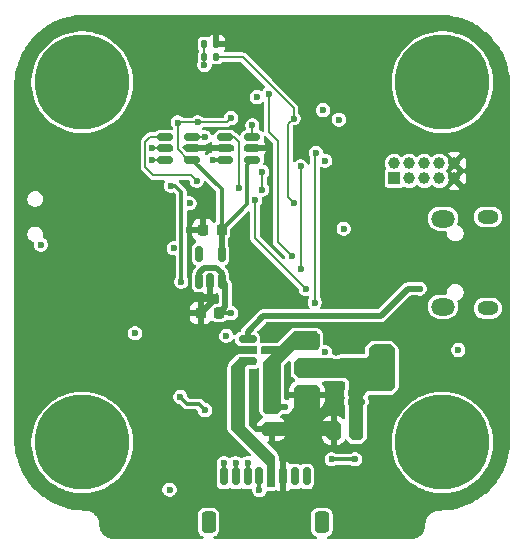
<source format=gbr>
%TF.GenerationSoftware,KiCad,Pcbnew,9.0.1*%
%TF.CreationDate,2025-06-10T20:36:17-04:00*%
%TF.ProjectId,STM32_FlightController,53544d33-325f-4466-9c69-676874436f6e,rev?*%
%TF.SameCoordinates,Original*%
%TF.FileFunction,Copper,L4,Bot*%
%TF.FilePolarity,Positive*%
%FSLAX46Y46*%
G04 Gerber Fmt 4.6, Leading zero omitted, Abs format (unit mm)*
G04 Created by KiCad (PCBNEW 9.0.1) date 2025-06-10 20:36:17*
%MOMM*%
%LPD*%
G01*
G04 APERTURE LIST*
G04 Aperture macros list*
%AMRoundRect*
0 Rectangle with rounded corners*
0 $1 Rounding radius*
0 $2 $3 $4 $5 $6 $7 $8 $9 X,Y pos of 4 corners*
0 Add a 4 corners polygon primitive as box body*
4,1,4,$2,$3,$4,$5,$6,$7,$8,$9,$2,$3,0*
0 Add four circle primitives for the rounded corners*
1,1,$1+$1,$2,$3*
1,1,$1+$1,$4,$5*
1,1,$1+$1,$6,$7*
1,1,$1+$1,$8,$9*
0 Add four rect primitives between the rounded corners*
20,1,$1+$1,$2,$3,$4,$5,0*
20,1,$1+$1,$4,$5,$6,$7,0*
20,1,$1+$1,$6,$7,$8,$9,0*
20,1,$1+$1,$8,$9,$2,$3,0*%
G04 Aperture macros list end*
%TA.AperFunction,HeatsinkPad*%
%ADD10O,1.800000X1.150000*%
%TD*%
%TA.AperFunction,HeatsinkPad*%
%ADD11O,2.000000X1.450000*%
%TD*%
%TA.AperFunction,ComponentPad*%
%ADD12C,8.000000*%
%TD*%
%TA.AperFunction,ComponentPad*%
%ADD13R,1.000000X1.000000*%
%TD*%
%TA.AperFunction,ComponentPad*%
%ADD14C,1.000000*%
%TD*%
%TA.AperFunction,SMDPad,CuDef*%
%ADD15RoundRect,0.150000X0.150000X0.625000X-0.150000X0.625000X-0.150000X-0.625000X0.150000X-0.625000X0*%
%TD*%
%TA.AperFunction,SMDPad,CuDef*%
%ADD16RoundRect,0.250000X0.350000X0.650000X-0.350000X0.650000X-0.350000X-0.650000X0.350000X-0.650000X0*%
%TD*%
%TA.AperFunction,SMDPad,CuDef*%
%ADD17RoundRect,0.250000X0.250000X0.475000X-0.250000X0.475000X-0.250000X-0.475000X0.250000X-0.475000X0*%
%TD*%
%TA.AperFunction,SMDPad,CuDef*%
%ADD18RoundRect,0.225000X0.225000X0.250000X-0.225000X0.250000X-0.225000X-0.250000X0.225000X-0.250000X0*%
%TD*%
%TA.AperFunction,SMDPad,CuDef*%
%ADD19RoundRect,0.135000X-0.135000X-0.185000X0.135000X-0.185000X0.135000X0.185000X-0.135000X0.185000X0*%
%TD*%
%TA.AperFunction,SMDPad,CuDef*%
%ADD20RoundRect,0.150000X-0.512500X-0.150000X0.512500X-0.150000X0.512500X0.150000X-0.512500X0.150000X0*%
%TD*%
%TA.AperFunction,SMDPad,CuDef*%
%ADD21RoundRect,0.250000X-0.475000X0.250000X-0.475000X-0.250000X0.475000X-0.250000X0.475000X0.250000X0*%
%TD*%
%TA.AperFunction,SMDPad,CuDef*%
%ADD22RoundRect,0.150000X-0.587500X-0.150000X0.587500X-0.150000X0.587500X0.150000X-0.587500X0.150000X0*%
%TD*%
%TA.AperFunction,SMDPad,CuDef*%
%ADD23RoundRect,0.375000X-0.625000X-0.375000X0.625000X-0.375000X0.625000X0.375000X-0.625000X0.375000X0*%
%TD*%
%TA.AperFunction,SMDPad,CuDef*%
%ADD24RoundRect,0.500000X-0.500000X-1.400000X0.500000X-1.400000X0.500000X1.400000X-0.500000X1.400000X0*%
%TD*%
%TA.AperFunction,SMDPad,CuDef*%
%ADD25RoundRect,0.150000X0.150000X-0.512500X0.150000X0.512500X-0.150000X0.512500X-0.150000X-0.512500X0*%
%TD*%
%TA.AperFunction,SMDPad,CuDef*%
%ADD26RoundRect,0.135000X0.135000X0.185000X-0.135000X0.185000X-0.135000X-0.185000X0.135000X-0.185000X0*%
%TD*%
%TA.AperFunction,ViaPad*%
%ADD27C,0.600000*%
%TD*%
%TA.AperFunction,Conductor*%
%ADD28C,0.300000*%
%TD*%
%TA.AperFunction,Conductor*%
%ADD29C,0.500000*%
%TD*%
%TA.AperFunction,Conductor*%
%ADD30C,0.200000*%
%TD*%
G04 APERTURE END LIST*
D10*
%TO.P,J1,6,Shield*%
%TO.N,unconnected-(J1-Shield-Pad6)_2*%
X54857500Y-39362500D03*
D11*
%TO.N,unconnected-(J1-Shield-Pad6)*%
X51057500Y-39212500D03*
%TO.N,unconnected-(J1-Shield-Pad6)_3*%
X51057500Y-31762500D03*
D10*
%TO.N,unconnected-(J1-Shield-Pad6)_1*%
X54857500Y-31612500D03*
%TD*%
D12*
%TO.P,H1,1,1*%
%TO.N,unconnected-(H1-Pad1)*%
X20512500Y-20212500D03*
%TD*%
%TO.P,H3,1,1*%
%TO.N,unconnected-(H3-Pad1)*%
X20512500Y-50712500D03*
%TD*%
%TO.P,H4,1,1*%
%TO.N,unconnected-(H4-Pad1)*%
X51012500Y-50712500D03*
%TD*%
%TO.P,H2,1,1*%
%TO.N,unconnected-(H2-Pad1)*%
X51012500Y-20212500D03*
%TD*%
D13*
%TO.P,J5,1,Pin_1*%
%TO.N,+3V3*%
X46937500Y-28357500D03*
D14*
%TO.P,J5,2,Pin_2*%
X46937500Y-27087500D03*
%TO.P,J5,3,Pin_3*%
%TO.N,/SWO*%
X48207500Y-28357500D03*
%TO.P,J5,4,Pin_4*%
X48207500Y-27087500D03*
%TO.P,J5,5,Pin_5*%
%TO.N,/SWCLK*%
X49477500Y-28357500D03*
%TO.P,J5,6,Pin_6*%
X49477500Y-27087500D03*
%TO.P,J5,7,Pin_7*%
%TO.N,/SWDIO*%
X50747500Y-28357500D03*
%TO.P,J5,8,Pin_8*%
X50747500Y-27087500D03*
%TO.P,J5,9,Pin_9*%
%TO.N,GND*%
X52017500Y-28357500D03*
%TO.P,J5,10,Pin_10*%
X52017500Y-27087500D03*
%TD*%
D15*
%TO.P,J2,1,Pin_1*%
%TO.N,/BAT*%
X39512500Y-53587500D03*
%TO.P,J2,2,Pin_2*%
%TO.N,/CRT*%
X38512500Y-53587500D03*
%TO.P,J2,3,Pin_3*%
%TO.N,GND*%
X37512500Y-53587500D03*
%TO.P,J2,4,Pin_4*%
%TO.N,+5V*%
X36512500Y-53587500D03*
%TO.P,J2,5,Pin_5*%
%TO.N,/S1*%
X35512500Y-53587500D03*
%TO.P,J2,6,Pin_6*%
%TO.N,/S2*%
X34512500Y-53587500D03*
%TO.P,J2,7,Pin_7*%
%TO.N,/S3*%
X33512500Y-53587500D03*
%TO.P,J2,8,Pin_8*%
%TO.N,/S4*%
X32512500Y-53587500D03*
D16*
%TO.P,J2,MP*%
%TO.N,N/C*%
X40812500Y-57462500D03*
X31212500Y-57462500D03*
%TD*%
D17*
%TO.P,C20,1*%
%TO.N,+3V3*%
X43712500Y-49687500D03*
%TO.P,C20,2*%
%TO.N,GND*%
X41812500Y-49687500D03*
%TD*%
D18*
%TO.P,C18,1*%
%TO.N,+1V8*%
X32312500Y-32737500D03*
%TO.P,C18,2*%
%TO.N,GND*%
X30762500Y-32737500D03*
%TD*%
D19*
%TO.P,R4,1*%
%TO.N,/IMU_SCK*%
X30852500Y-18087500D03*
%TO.P,R4,2*%
%TO.N,/SCK*%
X31872500Y-18087500D03*
%TD*%
D20*
%TO.P,U1,1,VCCA*%
%TO.N,+3V3*%
X32637500Y-26762500D03*
%TO.P,U1,2,GND*%
%TO.N,GND*%
X32637500Y-25812500D03*
%TO.P,U1,3,A*%
%TO.N,/INT1*%
X32637500Y-24862500D03*
%TO.P,U1,4,B*%
%TO.N,/IMU_INT*%
X34912500Y-24862500D03*
%TO.P,U1,5,DIR*%
%TO.N,GND*%
X34912500Y-25812500D03*
%TO.P,U1,6,VCCB*%
%TO.N,+1V8*%
X34912500Y-26762500D03*
%TD*%
%TO.P,U8,1,VCCA*%
%TO.N,+3V3*%
X27537500Y-26762500D03*
%TO.P,U8,2,GND*%
%TO.N,GND*%
X27537500Y-25812500D03*
%TO.P,U8,3,A*%
%TO.N,/MISO*%
X27537500Y-24862500D03*
%TO.P,U8,4,B*%
%TO.N,/IMU_MISO*%
X29812500Y-24862500D03*
%TO.P,U8,5,DIR*%
%TO.N,GND*%
X29812500Y-25812500D03*
%TO.P,U8,6,VCCB*%
%TO.N,+1V8*%
X29812500Y-26762500D03*
%TD*%
D21*
%TO.P,C19,1*%
%TO.N,V_MAIN*%
X36562500Y-47687500D03*
%TO.P,C19,2*%
%TO.N,GND*%
X36562500Y-49587500D03*
%TD*%
D22*
%TO.P,D1,1,A*%
%TO.N,+5V*%
X34512500Y-43837500D03*
%TO.P,D1,2,A*%
%TO.N,VBUS*%
X34512500Y-41937500D03*
%TO.P,D1,3,K*%
%TO.N,V_MAIN*%
X36387500Y-42887500D03*
%TD*%
D23*
%TO.P,U5,1,GND*%
%TO.N,GND*%
X39562500Y-46687500D03*
%TO.P,U5,2,VO*%
%TO.N,+3V3*%
X39562500Y-44387500D03*
D24*
X45862500Y-44387500D03*
D23*
%TO.P,U5,3,VI*%
%TO.N,V_MAIN*%
X39562500Y-42087500D03*
%TD*%
D25*
%TO.P,U6,1,IN*%
%TO.N,+3V3*%
X32312500Y-37025000D03*
%TO.P,U6,2,GND*%
%TO.N,GND*%
X31362500Y-37025000D03*
%TO.P,U6,3,EN*%
%TO.N,+3V3*%
X30412500Y-37025000D03*
%TO.P,U6,4,NC*%
%TO.N,unconnected-(U6-NC-Pad4)*%
X30412500Y-34750000D03*
%TO.P,U6,5,OUT*%
%TO.N,+1V8*%
X32312500Y-34750000D03*
%TD*%
D18*
%TO.P,C17,1*%
%TO.N,+3V3*%
X32112500Y-39750000D03*
%TO.P,C17,2*%
%TO.N,GND*%
X30562500Y-39750000D03*
%TD*%
D26*
%TO.P,R3,1*%
%TO.N,GND*%
X31872500Y-16987500D03*
%TO.P,R3,2*%
%TO.N,/IMU_SCK*%
X30852500Y-16987500D03*
%TD*%
D27*
%TO.N,GND*%
X40112500Y-52362500D03*
X38142500Y-46692500D03*
X44787500Y-30912500D03*
X41262500Y-31662500D03*
%TO.N,+3V3*%
X42652500Y-32622500D03*
%TO.N,GND*%
X43012500Y-18962500D03*
X38887500Y-48787500D03*
X40237500Y-48787500D03*
X32374329Y-18949201D03*
X50012500Y-41962500D03*
X17012500Y-38962500D03*
X35987500Y-25812500D03*
X40237500Y-49462500D03*
X37512500Y-54712500D03*
X20012500Y-25962500D03*
X31612500Y-30337500D03*
X33687500Y-33062500D03*
X23587500Y-34112500D03*
X28912500Y-17437500D03*
X45012500Y-20962500D03*
X48012500Y-39962500D03*
X25012500Y-43962500D03*
X27012500Y-47962500D03*
X28912500Y-54712500D03*
X22612500Y-30287499D03*
X28092500Y-32222500D03*
X27452500Y-33002500D03*
X50012500Y-43962500D03*
X24012500Y-25962500D03*
X25012500Y-47962500D03*
X39562500Y-48787500D03*
X43012500Y-20962500D03*
X54212500Y-40787500D03*
X31212500Y-25812500D03*
X48012500Y-41962500D03*
X27012500Y-49962500D03*
X31912500Y-44562500D03*
X21012500Y-42962500D03*
X48012500Y-45962500D03*
X23012500Y-42962500D03*
X25012500Y-45962500D03*
X25962500Y-29162500D03*
X17012500Y-40962500D03*
X52162500Y-34187500D03*
X26012500Y-38212500D03*
X26462500Y-25812500D03*
X19012500Y-38962500D03*
X31600163Y-38406155D03*
X17012500Y-42962500D03*
X42162500Y-46012500D03*
X27012500Y-45962500D03*
X33655735Y-19169265D03*
X17012500Y-29237500D03*
X28462500Y-21012500D03*
X43012500Y-16962500D03*
X19012500Y-42962500D03*
X45012500Y-22962500D03*
X19012500Y-40962500D03*
X22012500Y-25962500D03*
X33152500Y-16312500D03*
X45012500Y-16962500D03*
X39562500Y-49462500D03*
X28390000Y-42885000D03*
X21012500Y-40962500D03*
X49359735Y-35515265D03*
X42042500Y-43062500D03*
X45012500Y-18962500D03*
X29562500Y-32737500D03*
X20737500Y-37662500D03*
X38887500Y-49437500D03*
X42262500Y-25537500D03*
X38639771Y-24054541D03*
X48012500Y-43962500D03*
%TO.N,+3V3*%
X35312500Y-21462500D03*
X29612500Y-30462500D03*
X26462500Y-26762500D03*
X52362500Y-42887500D03*
X32712500Y-41687500D03*
X41062500Y-43062500D03*
X27912500Y-54712500D03*
X31556793Y-26768207D03*
X28262500Y-34262500D03*
X17012500Y-33962500D03*
X41062500Y-26862500D03*
X33125000Y-39750000D03*
X42262500Y-23387500D03*
X43262500Y-46562500D03*
X44162500Y-46562500D03*
X40912500Y-22562500D03*
X44162500Y-47262500D03*
X24987500Y-41462500D03*
X43262500Y-47262500D03*
%TO.N,/NRST*%
X28012500Y-28962500D03*
X28912500Y-37112500D03*
%TO.N,V_MAIN*%
X37712500Y-47712500D03*
%TO.N,VBUS*%
X49087500Y-37687500D03*
%TO.N,+1V8*%
X30287500Y-23612500D03*
X28600999Y-23624001D03*
X33112500Y-23237500D03*
%TO.N,/IMU_MISO*%
X30887500Y-24862500D03*
%TO.N,/MISO*%
X30211500Y-28562500D03*
%TO.N,/IMU_INT*%
X34912500Y-23862500D03*
%TO.N,/INT1*%
X35142500Y-30187500D03*
X33787500Y-29187500D03*
X39462500Y-37712500D03*
%TO.N,/MOSI*%
X35762500Y-27812500D03*
X35762500Y-29312500D03*
%TO.N,/IMU_SCK*%
X30863235Y-18763235D03*
%TO.N,/SCK*%
X38412500Y-23287500D03*
X38412500Y-30412500D03*
%TO.N,/CS1*%
X38262500Y-34912500D03*
X36337500Y-21187500D03*
%TO.N,/S1*%
X35512500Y-54752500D03*
%TO.N,/S2*%
X34512500Y-52462500D03*
%TO.N,/S3*%
X33512500Y-52462500D03*
%TO.N,/S4*%
X32512500Y-52462500D03*
%TO.N,/CS2*%
X39012500Y-36062500D03*
X39012500Y-27337500D03*
%TO.N,/INT2*%
X40312500Y-26212500D03*
X40212500Y-38862500D03*
%TO.N,/GPS_RX*%
X30912500Y-47962500D03*
X28812500Y-46862500D03*
%TO.N,/ELRS_RX*%
X43612500Y-52137500D03*
X41637500Y-52137500D03*
%TD*%
D28*
%TO.N,GND*%
X36562500Y-49587500D02*
X35487500Y-49587500D01*
X36562500Y-49587500D02*
X36517500Y-49587500D01*
D29*
X38147500Y-46687500D02*
X38142500Y-46692500D01*
X39562500Y-46687500D02*
X38147500Y-46687500D01*
D28*
X29812500Y-25812500D02*
X31212500Y-25812500D01*
D29*
X31362500Y-37025000D02*
X31362500Y-38950000D01*
X30600000Y-39750000D02*
X30562500Y-39750000D01*
X31362500Y-38950000D02*
X30562500Y-39750000D01*
D28*
X30762500Y-32737500D02*
X29562500Y-32737500D01*
D30*
X32612500Y-25787500D02*
X32637500Y-25812500D01*
X32537500Y-16987500D02*
X31872500Y-16987500D01*
X33152500Y-16372500D02*
X32537500Y-16987500D01*
D28*
X37512500Y-53587500D02*
X37512500Y-54712500D01*
X35987500Y-25812500D02*
X34912500Y-25812500D01*
D30*
X33152500Y-16312500D02*
X33152500Y-16372500D01*
D28*
X31212500Y-25812500D02*
X32637500Y-25812500D01*
D30*
X27537500Y-25812500D02*
X26462500Y-25812500D01*
D29*
%TO.N,+3V3*%
X30863501Y-35911500D02*
X31861499Y-35911500D01*
D28*
X31562500Y-26762500D02*
X32637500Y-26762500D01*
D29*
X31861499Y-35911500D02*
X32312500Y-36362501D01*
X32312500Y-37025000D02*
X32612500Y-37325000D01*
D28*
X31556793Y-26768207D02*
X31562500Y-26762500D01*
D29*
X30412500Y-36362501D02*
X30863501Y-35911500D01*
D30*
X26462500Y-26762500D02*
X27537500Y-26762500D01*
D29*
X30412500Y-37025000D02*
X30412500Y-36362501D01*
X32612500Y-37325000D02*
X32612500Y-39250000D01*
X32312500Y-36362501D02*
X32312500Y-37025000D01*
D28*
X33125000Y-39750000D02*
X32112500Y-39750000D01*
D29*
X32612500Y-39250000D02*
X32112500Y-39750000D01*
D28*
%TO.N,/NRST*%
X28912500Y-29487500D02*
X28912500Y-37112500D01*
X28387500Y-28962500D02*
X28912500Y-29487500D01*
X28012500Y-28962500D02*
X28387500Y-28962500D01*
D29*
%TO.N,V_MAIN*%
X36587500Y-47712500D02*
X36562500Y-47687500D01*
X37712500Y-47712500D02*
X36587500Y-47712500D01*
%TO.N,VBUS*%
X48095900Y-37687500D02*
X45795900Y-39987500D01*
X35862500Y-39987500D02*
X34512500Y-41337500D01*
X49087500Y-37687500D02*
X48095900Y-37687500D01*
X34512500Y-41337500D02*
X34512500Y-41937500D01*
X45795900Y-39987500D02*
X35862500Y-39987500D01*
D28*
%TO.N,+1V8*%
X32312500Y-32737500D02*
X34492500Y-30557500D01*
D30*
X32737500Y-23612500D02*
X33112500Y-23237500D01*
X28600999Y-23624001D02*
X28600999Y-25905467D01*
D28*
X32312500Y-29262500D02*
X29812500Y-26762500D01*
D30*
X28605000Y-23620000D02*
X28600999Y-23624001D01*
D28*
X34492500Y-30557500D02*
X34492500Y-27182500D01*
D30*
X29458032Y-26762500D02*
X29812500Y-26762500D01*
X28612500Y-23612500D02*
X30287500Y-23612500D01*
X30287500Y-23612500D02*
X32737500Y-23612500D01*
D28*
X32312500Y-32737500D02*
X32312500Y-29262500D01*
D29*
X32312500Y-34750000D02*
X32312500Y-32737500D01*
D28*
X34492500Y-27182500D02*
X34912500Y-26762500D01*
D30*
X28605000Y-23620000D02*
X28612500Y-23612500D01*
X28600999Y-25905467D02*
X29458032Y-26762500D01*
%TO.N,/IMU_MISO*%
X30887500Y-24862500D02*
X29812500Y-24862500D01*
%TO.N,/MISO*%
X25862500Y-25262500D02*
X26262500Y-24862500D01*
X27425000Y-24712500D02*
X28087499Y-24712500D01*
X26262500Y-24862500D02*
X27537500Y-24862500D01*
X25862500Y-27412500D02*
X25862500Y-25262500D01*
X30062500Y-28413500D02*
X30038500Y-28413500D01*
X29687500Y-28062500D02*
X26512500Y-28062500D01*
X30211500Y-28562500D02*
X30062500Y-28413500D01*
X30038500Y-28413500D02*
X29687500Y-28062500D01*
X26512500Y-28062500D02*
X25862500Y-27412500D01*
%TO.N,/IMU_INT*%
X34912500Y-23862500D02*
X34912500Y-24862500D01*
%TO.N,/INT1*%
X39462500Y-37712500D02*
X35142500Y-33392500D01*
X33787500Y-25312500D02*
X33337500Y-24862500D01*
X35142500Y-33392500D02*
X35142500Y-30187500D01*
X33337500Y-24862500D02*
X32637500Y-24862500D01*
X33787500Y-29187500D02*
X33787500Y-25312500D01*
%TO.N,/MOSI*%
X35762500Y-27812500D02*
X35762500Y-29312500D01*
%TO.N,/IMU_SCK*%
X30852500Y-18087500D02*
X30852500Y-16987500D01*
X30863235Y-18708365D02*
X30862500Y-18707630D01*
X30862500Y-18097500D02*
X30852500Y-18087500D01*
X30862500Y-18707630D02*
X30862500Y-18097500D01*
X30863235Y-18763235D02*
X30863235Y-18708365D01*
%TO.N,/SCK*%
X37962500Y-29962500D02*
X37962500Y-23737500D01*
X37962500Y-23737500D02*
X38412500Y-23287500D01*
X38412500Y-22387500D02*
X34112500Y-18087500D01*
X38412500Y-30412500D02*
X37962500Y-29962500D01*
X38412500Y-23287500D02*
X38412500Y-22387500D01*
X34112500Y-18087500D02*
X31872500Y-18087500D01*
%TO.N,/CS1*%
X36337500Y-24454600D02*
X36337500Y-21187500D01*
X37061500Y-25178600D02*
X36337500Y-24454600D01*
X37061500Y-33711500D02*
X37061500Y-25178600D01*
X38262500Y-34912500D02*
X37061500Y-33711500D01*
D28*
%TO.N,/S1*%
X35512500Y-53587500D02*
X35512500Y-54752500D01*
%TO.N,/S2*%
X34512500Y-53587500D02*
X34512500Y-52462500D01*
%TO.N,/S3*%
X33512500Y-53587500D02*
X33512500Y-52462500D01*
%TO.N,/S4*%
X32512500Y-53587500D02*
X32512500Y-52462500D01*
D30*
%TO.N,/CS2*%
X39012500Y-36062500D02*
X39012500Y-27337500D01*
%TO.N,/INT2*%
X40212500Y-38839500D02*
X40212500Y-38862500D01*
X40312500Y-26212500D02*
X40211500Y-26313500D01*
X40211500Y-38838500D02*
X40212500Y-38839500D01*
X40211500Y-26313500D02*
X40211500Y-38838500D01*
D28*
%TO.N,/GPS_RX*%
X30912500Y-47962500D02*
X30412500Y-47462500D01*
X30412500Y-47462500D02*
X29412500Y-47462500D01*
X29412500Y-47462500D02*
X28812500Y-46862500D01*
%TO.N,/ELRS_RX*%
X41637500Y-52137500D02*
X43612500Y-52137500D01*
%TD*%
%TA.AperFunction,Conductor*%
%TO.N,+5V*%
G36*
X35203177Y-43532185D02*
G01*
X35223819Y-43548819D01*
X35226181Y-43551181D01*
X35259666Y-43612504D01*
X35262500Y-43638862D01*
X35262500Y-44038500D01*
X35242815Y-44105539D01*
X35190011Y-44151294D01*
X35138500Y-44162500D01*
X34462499Y-44162500D01*
X34312500Y-44312499D01*
X34312500Y-49337500D01*
X36826181Y-51851181D01*
X36859666Y-51912504D01*
X36862500Y-51938862D01*
X36862500Y-54363500D01*
X36842815Y-54430539D01*
X36790011Y-54476294D01*
X36738500Y-54487500D01*
X36286500Y-54487500D01*
X36219461Y-54467815D01*
X36173706Y-54415011D01*
X36162500Y-54363500D01*
X36162500Y-52662501D01*
X36162500Y-52662500D01*
X34513997Y-50992377D01*
X33148249Y-49608717D01*
X33115165Y-49547177D01*
X33112500Y-49521609D01*
X33112500Y-44294890D01*
X33132185Y-44227851D01*
X33146037Y-44210081D01*
X33306894Y-44038500D01*
X33763278Y-43551690D01*
X33823489Y-43516247D01*
X33853740Y-43512500D01*
X35136138Y-43512500D01*
X35203177Y-43532185D01*
G37*
%TD.AperFunction*%
%TD*%
%TA.AperFunction,Conductor*%
%TO.N,V_MAIN*%
G36*
X40378177Y-41307185D02*
G01*
X40398819Y-41323819D01*
X40576181Y-41501181D01*
X40609666Y-41562504D01*
X40612500Y-41588862D01*
X40612500Y-42586138D01*
X40592815Y-42653177D01*
X40576181Y-42673819D01*
X40398819Y-42851181D01*
X40337496Y-42884666D01*
X40311138Y-42887500D01*
X38462499Y-42887500D01*
X37312500Y-44037499D01*
X37312500Y-47986138D01*
X37292815Y-48053177D01*
X37276181Y-48073819D01*
X37098819Y-48251181D01*
X37037496Y-48284666D01*
X37011138Y-48287500D01*
X36113862Y-48287500D01*
X36046823Y-48267815D01*
X36026181Y-48251181D01*
X35848819Y-48073819D01*
X35815334Y-48012496D01*
X35812500Y-47986138D01*
X35812500Y-43988862D01*
X35832185Y-43921823D01*
X35848819Y-43901181D01*
X36537500Y-43212500D01*
X37187500Y-43212500D01*
X37187500Y-42562500D01*
X38426181Y-41323819D01*
X38487504Y-41290334D01*
X38513862Y-41287500D01*
X40311138Y-41287500D01*
X40378177Y-41307185D01*
G37*
%TD.AperFunction*%
%TD*%
%TA.AperFunction,Conductor*%
%TO.N,+3V3*%
G36*
X46628177Y-42407185D02*
G01*
X46648819Y-42423819D01*
X46976181Y-42751181D01*
X47009666Y-42812504D01*
X47012500Y-42838862D01*
X47012500Y-45936138D01*
X46992815Y-46003177D01*
X46976181Y-46023819D01*
X46648819Y-46351181D01*
X46587496Y-46384666D01*
X46561138Y-46387500D01*
X44662499Y-46387500D01*
X44312500Y-46737499D01*
X44312500Y-50186138D01*
X44292815Y-50253177D01*
X44276181Y-50273819D01*
X44048819Y-50501181D01*
X43987496Y-50534666D01*
X43961138Y-50537500D01*
X43463862Y-50537500D01*
X43396823Y-50517815D01*
X43376181Y-50501181D01*
X43148819Y-50273819D01*
X43115334Y-50212496D01*
X43112500Y-50186138D01*
X43112500Y-45537500D01*
X42812500Y-45237500D01*
X38863862Y-45237500D01*
X38796823Y-45217815D01*
X38776181Y-45201181D01*
X38498819Y-44923819D01*
X38465334Y-44862496D01*
X38462500Y-44836138D01*
X38462500Y-43938862D01*
X38482185Y-43871823D01*
X38498819Y-43851181D01*
X38776181Y-43573819D01*
X38837504Y-43540334D01*
X38863862Y-43537500D01*
X41630997Y-43537500D01*
X41692996Y-43554112D01*
X41810716Y-43622077D01*
X41963443Y-43663000D01*
X41963445Y-43663000D01*
X42121555Y-43663000D01*
X42121557Y-43663000D01*
X42274284Y-43622077D01*
X42392004Y-43554112D01*
X42454003Y-43537500D01*
X44512500Y-43537500D01*
X44762500Y-43287500D01*
X44762500Y-42838862D01*
X44782185Y-42771823D01*
X44798819Y-42751181D01*
X45126181Y-42423819D01*
X45187504Y-42390334D01*
X45213862Y-42387500D01*
X46561138Y-42387500D01*
X46628177Y-42407185D01*
G37*
%TD.AperFunction*%
%TD*%
%TA.AperFunction,Conductor*%
%TO.N,V_MAIN*%
G36*
X37187500Y-43212500D02*
G01*
X35763862Y-43212500D01*
X35734421Y-43203855D01*
X35704435Y-43197332D01*
X35699419Y-43193577D01*
X35696823Y-43192815D01*
X35676181Y-43176181D01*
X35673819Y-43173819D01*
X35640334Y-43112496D01*
X35637500Y-43086138D01*
X35637500Y-42688862D01*
X35657185Y-42621823D01*
X35673819Y-42601181D01*
X35676181Y-42598819D01*
X35737504Y-42565334D01*
X35763862Y-42562500D01*
X37187500Y-42562500D01*
X37187500Y-43212500D01*
G37*
%TD.AperFunction*%
%TD*%
%TA.AperFunction,Conductor*%
%TO.N,GND*%
G36*
X35454360Y-44428551D02*
G01*
X35497857Y-44483229D01*
X35507000Y-44529960D01*
X35507000Y-47986138D01*
X35508750Y-48018781D01*
X35508754Y-48018834D01*
X35511581Y-48045125D01*
X35512420Y-48052160D01*
X35512420Y-48052162D01*
X35547200Y-48158901D01*
X35547204Y-48158911D01*
X35580689Y-48220233D01*
X35632789Y-48289829D01*
X35632795Y-48289836D01*
X35632798Y-48289840D01*
X35798460Y-48455502D01*
X35831944Y-48516824D01*
X35826960Y-48586515D01*
X35785089Y-48642449D01*
X35774265Y-48648931D01*
X35774525Y-48649351D01*
X35619154Y-48745184D01*
X35495184Y-48869154D01*
X35403143Y-49018375D01*
X35403141Y-49018380D01*
X35347994Y-49184802D01*
X35347993Y-49184809D01*
X35337500Y-49287513D01*
X35337500Y-49337500D01*
X35772500Y-49337500D01*
X35772500Y-49837500D01*
X35295904Y-49837500D01*
X35228865Y-49817815D01*
X35208223Y-49801181D01*
X34654319Y-49247277D01*
X34620834Y-49185954D01*
X34618000Y-49159596D01*
X34618000Y-44592000D01*
X34637685Y-44524961D01*
X34690489Y-44479206D01*
X34742000Y-44468000D01*
X35138490Y-44468000D01*
X35138500Y-44468000D01*
X35203441Y-44461018D01*
X35254952Y-44449812D01*
X35293158Y-44438854D01*
X35320399Y-44422921D01*
X35388206Y-44406069D01*
X35454360Y-44428551D01*
G37*
%TD.AperFunction*%
%TA.AperFunction,Conductor*%
G36*
X38457071Y-47801147D02*
G01*
X38462500Y-47803653D01*
X38462500Y-48687500D01*
X38162500Y-48987500D01*
X37702812Y-48987500D01*
X37629815Y-48869154D01*
X37505845Y-48745184D01*
X37350475Y-48649351D01*
X37351979Y-48646911D01*
X37339123Y-48635584D01*
X37314955Y-48617492D01*
X37313177Y-48612725D01*
X37309358Y-48609361D01*
X37301087Y-48580313D01*
X37290538Y-48552028D01*
X37291619Y-48547056D01*
X37290226Y-48542162D01*
X37298971Y-48513259D01*
X37305390Y-48483755D01*
X37309601Y-48478128D01*
X37310462Y-48475286D01*
X37326541Y-48455501D01*
X37453162Y-48328880D01*
X37514485Y-48295395D01*
X37572935Y-48296786D01*
X37633443Y-48313000D01*
X37633445Y-48313000D01*
X37791555Y-48313000D01*
X37791557Y-48313000D01*
X37944284Y-48272077D01*
X38081216Y-48193020D01*
X38193020Y-48081216D01*
X38272077Y-47944284D01*
X38288487Y-47883040D01*
X38324849Y-47823383D01*
X38387695Y-47792853D01*
X38457071Y-47801147D01*
G37*
%TD.AperFunction*%
%TA.AperFunction,Conductor*%
G36*
X42664036Y-45551644D02*
G01*
X42694023Y-45558168D01*
X42699038Y-45561922D01*
X42701635Y-45562685D01*
X42722277Y-45579319D01*
X42770681Y-45627723D01*
X42804166Y-45689046D01*
X42807000Y-45715404D01*
X42807000Y-46119085D01*
X42787315Y-46186124D01*
X42782209Y-46193384D01*
X42702926Y-46330709D01*
X42702923Y-46330716D01*
X42662000Y-46483443D01*
X42662000Y-46641557D01*
X42689707Y-46744959D01*
X42702923Y-46794283D01*
X42702925Y-46794288D01*
X42735379Y-46850502D01*
X42751850Y-46918402D01*
X42735379Y-46974498D01*
X42702925Y-47030711D01*
X42702923Y-47030716D01*
X42662000Y-47183443D01*
X42662000Y-47341557D01*
X42702367Y-47492207D01*
X42702923Y-47494283D01*
X42702926Y-47494290D01*
X42786043Y-47638255D01*
X42784699Y-47639030D01*
X42806569Y-47695584D01*
X42807000Y-47705914D01*
X42807000Y-48596977D01*
X42787315Y-48664016D01*
X42734511Y-48709771D01*
X42665353Y-48719715D01*
X42601797Y-48690690D01*
X42595319Y-48684658D01*
X42530845Y-48620184D01*
X42381624Y-48528143D01*
X42381619Y-48528141D01*
X42215197Y-48472994D01*
X42215190Y-48472993D01*
X42112486Y-48462500D01*
X42062500Y-48462500D01*
X42062500Y-48887500D01*
X41562500Y-48887500D01*
X41562500Y-48462500D01*
X41562499Y-48462499D01*
X41512529Y-48462500D01*
X41512511Y-48462501D01*
X41409802Y-48472994D01*
X41243380Y-48528141D01*
X41243375Y-48528143D01*
X41094154Y-48620184D01*
X40970184Y-48744154D01*
X40881767Y-48887500D01*
X40862500Y-48887500D01*
X40662500Y-48687500D01*
X40662500Y-47803323D01*
X40809866Y-47684867D01*
X40809867Y-47684866D01*
X40929107Y-47536525D01*
X40929109Y-47536522D01*
X41013668Y-47366023D01*
X41059602Y-47181324D01*
X41062500Y-47138596D01*
X41062500Y-46937500D01*
X40662500Y-46937500D01*
X40662500Y-46437500D01*
X41062500Y-46437500D01*
X41062500Y-46236403D01*
X41059602Y-46193675D01*
X41013668Y-46008976D01*
X40929109Y-45838477D01*
X40929107Y-45838474D01*
X40853719Y-45744687D01*
X40827060Y-45680103D01*
X40839551Y-45611359D01*
X40887224Y-45560280D01*
X40950366Y-45543000D01*
X42634596Y-45543000D01*
X42664036Y-45551644D01*
G37*
%TD.AperFunction*%
%TA.AperFunction,Conductor*%
G36*
X38077271Y-43807282D02*
G01*
X38133205Y-43849153D01*
X38157622Y-43914618D01*
X38156919Y-43934417D01*
X38157316Y-43934446D01*
X38157000Y-43938863D01*
X38157000Y-44836138D01*
X38158750Y-44868781D01*
X38158754Y-44868834D01*
X38161581Y-44895125D01*
X38162420Y-44902160D01*
X38162420Y-44902162D01*
X38197200Y-45008901D01*
X38197204Y-45008911D01*
X38230689Y-45070233D01*
X38282789Y-45139829D01*
X38282807Y-45139850D01*
X38508775Y-45365817D01*
X38542260Y-45427140D01*
X38537276Y-45496831D01*
X38495405Y-45552765D01*
X38476192Y-45564584D01*
X38463479Y-45570889D01*
X38463474Y-45570892D01*
X38315133Y-45690132D01*
X38315132Y-45690133D01*
X38195892Y-45838474D01*
X38195890Y-45838477D01*
X38111331Y-46008976D01*
X38065397Y-46193675D01*
X38062500Y-46236403D01*
X38062500Y-46437500D01*
X38462500Y-46437500D01*
X38462500Y-46937500D01*
X38062500Y-46937500D01*
X38062500Y-47022999D01*
X38056906Y-47042049D01*
X38056242Y-47061895D01*
X38047263Y-47074888D01*
X38042815Y-47090038D01*
X38027811Y-47103039D01*
X38016522Y-47119376D01*
X38001944Y-47125452D01*
X37990011Y-47135793D01*
X37970360Y-47138618D01*
X37952031Y-47146259D01*
X37929298Y-47144522D01*
X37920853Y-47145737D01*
X37916756Y-47145078D01*
X37911536Y-47144148D01*
X37791557Y-47112000D01*
X37731041Y-47112000D01*
X37720256Y-47110079D01*
X37698389Y-47099194D01*
X37674961Y-47092315D01*
X37667673Y-47083905D01*
X37657707Y-47078944D01*
X37645195Y-47057964D01*
X37629206Y-47039511D01*
X37626342Y-47026349D01*
X37621921Y-47018935D01*
X37622295Y-47007745D01*
X37618000Y-46988000D01*
X37618000Y-44215403D01*
X37637685Y-44148364D01*
X37654319Y-44127722D01*
X37780904Y-44001137D01*
X37946259Y-43835781D01*
X38007580Y-43802298D01*
X38077271Y-43807282D01*
G37*
%TD.AperFunction*%
%TA.AperFunction,Conductor*%
G36*
X36080703Y-24764641D02*
G01*
X36087168Y-24770660D01*
X36340521Y-25024013D01*
X36624681Y-25308173D01*
X36658166Y-25369496D01*
X36661000Y-25395854D01*
X36661000Y-33658773D01*
X36661000Y-33764227D01*
X36665757Y-33781980D01*
X36688293Y-33866089D01*
X36698311Y-33883440D01*
X36741020Y-33957413D01*
X36741022Y-33957415D01*
X37625681Y-34842074D01*
X37637317Y-34863385D01*
X37652558Y-34882295D01*
X37655374Y-34896454D01*
X37659166Y-34903397D01*
X37661289Y-34916492D01*
X37662000Y-34923101D01*
X37662000Y-34991557D01*
X37674303Y-35037475D01*
X37675331Y-35047024D01*
X37670766Y-35072333D01*
X37670154Y-35098044D01*
X37664666Y-35106151D01*
X37662929Y-35115785D01*
X37645405Y-35134608D01*
X37630991Y-35155906D01*
X37621992Y-35159759D01*
X37615322Y-35166925D01*
X37590403Y-35173286D01*
X37566763Y-35183410D01*
X37557108Y-35181786D01*
X37547624Y-35184208D01*
X37523220Y-35176087D01*
X37497860Y-35171823D01*
X37486857Y-35163987D01*
X37481328Y-35162148D01*
X37477360Y-35157224D01*
X37464361Y-35147968D01*
X35579319Y-33262926D01*
X35545834Y-33201603D01*
X35543000Y-33175245D01*
X35543000Y-30687598D01*
X35562685Y-30620559D01*
X35579319Y-30599917D01*
X35586463Y-30592773D01*
X35623020Y-30556216D01*
X35702077Y-30419284D01*
X35743000Y-30266557D01*
X35743000Y-30108443D01*
X35732369Y-30068767D01*
X35734032Y-29998920D01*
X35773194Y-29941057D01*
X35835957Y-29913737D01*
X35841548Y-29913000D01*
X35841557Y-29913000D01*
X35994284Y-29872077D01*
X36131216Y-29793020D01*
X36243020Y-29681216D01*
X36322077Y-29544284D01*
X36363000Y-29391557D01*
X36363000Y-29233443D01*
X36322077Y-29080716D01*
X36300316Y-29043024D01*
X36243024Y-28943790D01*
X36243018Y-28943782D01*
X36199319Y-28900083D01*
X36165834Y-28838760D01*
X36163000Y-28812402D01*
X36163000Y-28312598D01*
X36182685Y-28245559D01*
X36199319Y-28224917D01*
X36243020Y-28181216D01*
X36322077Y-28044284D01*
X36363000Y-27891557D01*
X36363000Y-27733443D01*
X36322077Y-27580716D01*
X36311701Y-27562744D01*
X36243024Y-27443790D01*
X36243018Y-27443782D01*
X36131217Y-27331981D01*
X36131209Y-27331975D01*
X35994290Y-27252926D01*
X35994287Y-27252924D01*
X35994284Y-27252923D01*
X35930346Y-27235790D01*
X35870688Y-27199427D01*
X35840159Y-27136580D01*
X35845401Y-27075062D01*
X35872646Y-26997201D01*
X35872646Y-26997199D01*
X35875500Y-26966769D01*
X35875500Y-26558230D01*
X35872647Y-26527806D01*
X35871036Y-26520432D01*
X35873476Y-26519898D01*
X35870524Y-26462157D01*
X35903450Y-26403288D01*
X35942680Y-26364058D01*
X35942686Y-26364050D01*
X36026281Y-26222698D01*
X36072100Y-26064986D01*
X36072295Y-26062501D01*
X36072295Y-26062500D01*
X34312000Y-26062500D01*
X34244961Y-26042815D01*
X34199206Y-25990011D01*
X34188000Y-25938500D01*
X34188000Y-25686500D01*
X34207685Y-25619461D01*
X34260489Y-25573706D01*
X34312000Y-25562500D01*
X36072295Y-25562500D01*
X36072295Y-25562498D01*
X36072100Y-25560013D01*
X36026281Y-25402301D01*
X35942685Y-25260947D01*
X35942678Y-25260938D01*
X35903450Y-25221711D01*
X35869964Y-25160388D01*
X35873358Y-25105075D01*
X35871036Y-25104568D01*
X35872647Y-25097193D01*
X35875500Y-25066769D01*
X35875500Y-24858354D01*
X35895185Y-24791315D01*
X35947989Y-24745560D01*
X36017147Y-24735616D01*
X36080703Y-24764641D01*
G37*
%TD.AperFunction*%
%TA.AperFunction,Conductor*%
G36*
X31416275Y-25252493D02*
G01*
X31447053Y-25254695D01*
X31450565Y-25257324D01*
X31454908Y-25257936D01*
X31478280Y-25278071D01*
X31502987Y-25296566D01*
X31504520Y-25300676D01*
X31507843Y-25303539D01*
X31516619Y-25333114D01*
X31527404Y-25362030D01*
X31526823Y-25367504D01*
X31527719Y-25370522D01*
X31522797Y-25405471D01*
X31477899Y-25560011D01*
X31477704Y-25562498D01*
X31477705Y-25562500D01*
X33263000Y-25562500D01*
X33330039Y-25582185D01*
X33375794Y-25634989D01*
X33387000Y-25686500D01*
X33387000Y-25938500D01*
X33367315Y-26005539D01*
X33314511Y-26051294D01*
X33263000Y-26062500D01*
X31477705Y-26062500D01*
X31477703Y-26062501D01*
X31477722Y-26062735D01*
X31463356Y-26131112D01*
X31414303Y-26180867D01*
X31386201Y-26192233D01*
X31356283Y-26200250D01*
X31325007Y-26208630D01*
X31325002Y-26208633D01*
X31188083Y-26287682D01*
X31188079Y-26287685D01*
X31133960Y-26341804D01*
X31072636Y-26375288D01*
X31002944Y-26370303D01*
X30947011Y-26328432D01*
X30922595Y-26262967D01*
X30927203Y-26219527D01*
X30972099Y-26064994D01*
X30972100Y-26064988D01*
X30972295Y-26062501D01*
X30972295Y-26062500D01*
X29375786Y-26062500D01*
X29308747Y-26042815D01*
X29288105Y-26026181D01*
X29200424Y-25938500D01*
X29037818Y-25775893D01*
X29023114Y-25748965D01*
X29006522Y-25723147D01*
X29005630Y-25716946D01*
X29004333Y-25714570D01*
X29001499Y-25688212D01*
X29001499Y-25686500D01*
X29021184Y-25619461D01*
X29073988Y-25573706D01*
X29125499Y-25562500D01*
X30972295Y-25562500D01*
X30973737Y-25560939D01*
X30986964Y-25497981D01*
X31036016Y-25448225D01*
X31064119Y-25436858D01*
X31119284Y-25422077D01*
X31256216Y-25343020D01*
X31316042Y-25283193D01*
X31319888Y-25281093D01*
X31322249Y-25277397D01*
X31350277Y-25264499D01*
X31377361Y-25249711D01*
X31381736Y-25250023D01*
X31385722Y-25248190D01*
X31416275Y-25252493D01*
G37*
%TD.AperFunction*%
%TA.AperFunction,Conductor*%
G36*
X28143538Y-25582185D02*
G01*
X28189293Y-25634989D01*
X28200499Y-25686500D01*
X28200499Y-25938500D01*
X28180814Y-26005539D01*
X28128010Y-26051294D01*
X28076499Y-26062500D01*
X27661500Y-26062500D01*
X27594461Y-26042815D01*
X27548706Y-25990011D01*
X27537500Y-25938500D01*
X27537500Y-25686500D01*
X27557185Y-25619461D01*
X27609989Y-25573706D01*
X27661500Y-25562500D01*
X28076499Y-25562500D01*
X28143538Y-25582185D01*
G37*
%TD.AperFunction*%
%TA.AperFunction,Conductor*%
G36*
X50764942Y-14488095D02*
G01*
X51184237Y-14504569D01*
X51189520Y-14504892D01*
X51287932Y-14513046D01*
X51292186Y-14513473D01*
X51659348Y-14556930D01*
X51665052Y-14557743D01*
X51757957Y-14573247D01*
X51761694Y-14573931D01*
X52129554Y-14647103D01*
X52135691Y-14648489D01*
X52218792Y-14669533D01*
X52221999Y-14670391D01*
X52302980Y-14693229D01*
X52591695Y-14774655D01*
X52598240Y-14776699D01*
X52666507Y-14800136D01*
X52668967Y-14801011D01*
X53042710Y-14938893D01*
X53049579Y-14941665D01*
X53095497Y-14961807D01*
X53097580Y-14962743D01*
X53252110Y-15033982D01*
X53479513Y-15138816D01*
X53486609Y-15142367D01*
X53490747Y-15144606D01*
X53498696Y-15148907D01*
X53500086Y-15149673D01*
X53892983Y-15369707D01*
X53901267Y-15374782D01*
X54284867Y-15631096D01*
X54292743Y-15636819D01*
X54655039Y-15922429D01*
X54662437Y-15928747D01*
X55001215Y-16241911D01*
X55008088Y-16248784D01*
X55232062Y-16491077D01*
X55321247Y-16587556D01*
X55327570Y-16594960D01*
X55613180Y-16957256D01*
X55618903Y-16965132D01*
X55875204Y-17348714D01*
X55880291Y-17357016D01*
X56100289Y-17749850D01*
X56101156Y-17751425D01*
X56107628Y-17763385D01*
X56111182Y-17770485D01*
X56287246Y-18152398D01*
X56288191Y-18154501D01*
X56308333Y-18200419D01*
X56311114Y-18207311D01*
X56448961Y-18580960D01*
X56449898Y-18583593D01*
X56466827Y-18632904D01*
X56473286Y-18651719D01*
X56475349Y-18658323D01*
X56579607Y-19027999D01*
X56580467Y-19031215D01*
X56601495Y-19114247D01*
X56602907Y-19120498D01*
X56676064Y-19488288D01*
X56676756Y-19492068D01*
X56692247Y-19584895D01*
X56693079Y-19590732D01*
X56736518Y-19957750D01*
X56736953Y-19962083D01*
X56745103Y-20060432D01*
X56745431Y-20065805D01*
X56761904Y-20485056D01*
X56762000Y-20489924D01*
X56762000Y-50485075D01*
X56761904Y-50489943D01*
X56745431Y-50909193D01*
X56745103Y-50914566D01*
X56736953Y-51012915D01*
X56736518Y-51017248D01*
X56693079Y-51384266D01*
X56692247Y-51390103D01*
X56676756Y-51482930D01*
X56676064Y-51486710D01*
X56602907Y-51854500D01*
X56601495Y-51860751D01*
X56580467Y-51943783D01*
X56579607Y-51946999D01*
X56475349Y-52316675D01*
X56473286Y-52323279D01*
X56449907Y-52391381D01*
X56448961Y-52394038D01*
X56311114Y-52767687D01*
X56308333Y-52774579D01*
X56288191Y-52820497D01*
X56287246Y-52822600D01*
X56111182Y-53204513D01*
X56107628Y-53211613D01*
X56101156Y-53223573D01*
X56100290Y-53225148D01*
X55880292Y-53617983D01*
X55875204Y-53626285D01*
X55618903Y-54009867D01*
X55613180Y-54017743D01*
X55327570Y-54380039D01*
X55321247Y-54387443D01*
X55008094Y-54726209D01*
X55001209Y-54733094D01*
X54662443Y-55046247D01*
X54655039Y-55052570D01*
X54292743Y-55338180D01*
X54284867Y-55343903D01*
X53901285Y-55600204D01*
X53892983Y-55605292D01*
X53500148Y-55825290D01*
X53498573Y-55826156D01*
X53486613Y-55832628D01*
X53479513Y-55836182D01*
X53097600Y-56012246D01*
X53095497Y-56013191D01*
X53049579Y-56033333D01*
X53042687Y-56036114D01*
X52669038Y-56173961D01*
X52666381Y-56174907D01*
X52598279Y-56198286D01*
X52591675Y-56200349D01*
X52221999Y-56304607D01*
X52218783Y-56305467D01*
X52135751Y-56326495D01*
X52129500Y-56327907D01*
X51761710Y-56401064D01*
X51757930Y-56401756D01*
X51665103Y-56417247D01*
X51659266Y-56418079D01*
X51292248Y-56461518D01*
X51287915Y-56461953D01*
X51189566Y-56470103D01*
X51184193Y-56470431D01*
X50764943Y-56486904D01*
X50760075Y-56487000D01*
X50668014Y-56487000D01*
X50481381Y-56516560D01*
X50457067Y-56524460D01*
X50457061Y-56524462D01*
X50452338Y-56525996D01*
X50451324Y-56526175D01*
X50447475Y-56527575D01*
X50445409Y-56528247D01*
X50301671Y-56574951D01*
X50269311Y-56591438D01*
X50269310Y-56591437D01*
X50262543Y-56594884D01*
X50254389Y-56597853D01*
X50236871Y-56607967D01*
X50233957Y-56609452D01*
X50133307Y-56660736D01*
X50133295Y-56660743D01*
X50091473Y-56691126D01*
X50091474Y-56691127D01*
X50086207Y-56694953D01*
X50072894Y-56702640D01*
X50055247Y-56717447D01*
X50051731Y-56720002D01*
X50051723Y-56720008D01*
X49980426Y-56771810D01*
X49980420Y-56771815D01*
X49928093Y-56824141D01*
X49912351Y-56837351D01*
X49899141Y-56853093D01*
X49846815Y-56905420D01*
X49846810Y-56905426D01*
X49795008Y-56976723D01*
X49792448Y-56980246D01*
X49777640Y-56997894D01*
X49769954Y-57011206D01*
X49766129Y-57016471D01*
X49735743Y-57058295D01*
X49735736Y-57058307D01*
X49684452Y-57158957D01*
X49682967Y-57161870D01*
X49672853Y-57179389D01*
X49669884Y-57187546D01*
X49666440Y-57194305D01*
X49666438Y-57194311D01*
X49649951Y-57226671D01*
X49603249Y-57370399D01*
X49603250Y-57370400D01*
X49602576Y-57372474D01*
X49601175Y-57376324D01*
X49600996Y-57377338D01*
X49599462Y-57382061D01*
X49599460Y-57382067D01*
X49591560Y-57406381D01*
X49562000Y-57593013D01*
X49562000Y-57682623D01*
X49561618Y-57692353D01*
X49549007Y-57852570D01*
X49547506Y-57864370D01*
X49541773Y-57896887D01*
X49540230Y-57904304D01*
X49507105Y-58042280D01*
X49503052Y-58055745D01*
X49494985Y-58077908D01*
X49493025Y-58082949D01*
X49434994Y-58223049D01*
X49426160Y-58240386D01*
X49338015Y-58384225D01*
X49326579Y-58399966D01*
X49217013Y-58528253D01*
X49203253Y-58542013D01*
X49074966Y-58651579D01*
X49059225Y-58663015D01*
X48915386Y-58751160D01*
X48898049Y-58759994D01*
X48757949Y-58818025D01*
X48752908Y-58819985D01*
X48730745Y-58828052D01*
X48717280Y-58832105D01*
X48579304Y-58865230D01*
X48571887Y-58866773D01*
X48539370Y-58872506D01*
X48527570Y-58874007D01*
X48367353Y-58886618D01*
X48357623Y-58887000D01*
X41351552Y-58887000D01*
X41284513Y-58867315D01*
X41238758Y-58814511D01*
X41228814Y-58745353D01*
X41257839Y-58681797D01*
X41306060Y-58647646D01*
X41434842Y-58596861D01*
X41555422Y-58505422D01*
X41646861Y-58384842D01*
X41702377Y-58244064D01*
X41713000Y-58155602D01*
X41713000Y-56769398D01*
X41702377Y-56680936D01*
X41646861Y-56540158D01*
X41646860Y-56540157D01*
X41646860Y-56540156D01*
X41555422Y-56419577D01*
X41434843Y-56328139D01*
X41294061Y-56272622D01*
X41248426Y-56267142D01*
X41205602Y-56262000D01*
X40419398Y-56262000D01*
X40380353Y-56266688D01*
X40330938Y-56272622D01*
X40190156Y-56328139D01*
X40069577Y-56419577D01*
X39978139Y-56540156D01*
X39922622Y-56680938D01*
X39917932Y-56720001D01*
X39912000Y-56769398D01*
X39912000Y-58155602D01*
X39917626Y-58202454D01*
X39922622Y-58244061D01*
X39978139Y-58384843D01*
X40069577Y-58505422D01*
X40190156Y-58596860D01*
X40190157Y-58596860D01*
X40190158Y-58596861D01*
X40318939Y-58647646D01*
X40374082Y-58690551D01*
X40397275Y-58756459D01*
X40381155Y-58824444D01*
X40330838Y-58872920D01*
X40273448Y-58887000D01*
X31751552Y-58887000D01*
X31684513Y-58867315D01*
X31638758Y-58814511D01*
X31628814Y-58745353D01*
X31657839Y-58681797D01*
X31706060Y-58647646D01*
X31834842Y-58596861D01*
X31955422Y-58505422D01*
X32046861Y-58384842D01*
X32102377Y-58244064D01*
X32113000Y-58155602D01*
X32113000Y-56769398D01*
X32102377Y-56680936D01*
X32046861Y-56540158D01*
X32046860Y-56540157D01*
X32046860Y-56540156D01*
X31955422Y-56419577D01*
X31834843Y-56328139D01*
X31694061Y-56272622D01*
X31648426Y-56267142D01*
X31605602Y-56262000D01*
X30819398Y-56262000D01*
X30780353Y-56266688D01*
X30730938Y-56272622D01*
X30590156Y-56328139D01*
X30469577Y-56419577D01*
X30378139Y-56540156D01*
X30322622Y-56680938D01*
X30317932Y-56720001D01*
X30312000Y-56769398D01*
X30312000Y-58155602D01*
X30317626Y-58202454D01*
X30322622Y-58244061D01*
X30378139Y-58384843D01*
X30469577Y-58505422D01*
X30590156Y-58596860D01*
X30590157Y-58596860D01*
X30590158Y-58596861D01*
X30718939Y-58647646D01*
X30774082Y-58690551D01*
X30797275Y-58756459D01*
X30781155Y-58824444D01*
X30730838Y-58872920D01*
X30673448Y-58887000D01*
X23167377Y-58887000D01*
X23157647Y-58886618D01*
X22997428Y-58874007D01*
X22985628Y-58872506D01*
X22962395Y-58868409D01*
X22953105Y-58866771D01*
X22945694Y-58865230D01*
X22807718Y-58832105D01*
X22794253Y-58828052D01*
X22772090Y-58819985D01*
X22767049Y-58818025D01*
X22626949Y-58759994D01*
X22609612Y-58751160D01*
X22465774Y-58663016D01*
X22450033Y-58651580D01*
X22393375Y-58603190D01*
X22321746Y-58542013D01*
X22307986Y-58528253D01*
X22257869Y-58469573D01*
X22198416Y-58399961D01*
X22186987Y-58384230D01*
X22098833Y-58240376D01*
X22090007Y-58223056D01*
X22031966Y-58082931D01*
X22030013Y-58077908D01*
X22021946Y-58055745D01*
X22017898Y-58042298D01*
X21984761Y-57904274D01*
X21983235Y-57896938D01*
X21977489Y-57864350D01*
X21975991Y-57852568D01*
X21963382Y-57692353D01*
X21963000Y-57682624D01*
X21963000Y-57593013D01*
X21946876Y-57491217D01*
X21933440Y-57406382D01*
X21924004Y-57377342D01*
X21923825Y-57376324D01*
X21922418Y-57372461D01*
X21900379Y-57304633D01*
X21875049Y-57226672D01*
X21858565Y-57194320D01*
X21858160Y-57193527D01*
X21855120Y-57187560D01*
X21852147Y-57179389D01*
X21842019Y-57161847D01*
X21789260Y-57058301D01*
X21789258Y-57058298D01*
X21789257Y-57058296D01*
X21758872Y-57016476D01*
X21758872Y-57016475D01*
X21755053Y-57011218D01*
X21747360Y-56997894D01*
X21732539Y-56980231D01*
X21730002Y-56976739D01*
X21729992Y-56976726D01*
X21729990Y-56976723D01*
X21678190Y-56905427D01*
X21625868Y-56853105D01*
X21612649Y-56837351D01*
X21596894Y-56824131D01*
X21544572Y-56771809D01*
X21473266Y-56720001D01*
X21473266Y-56720002D01*
X21469772Y-56717463D01*
X21452106Y-56702640D01*
X21438775Y-56694943D01*
X21391699Y-56660740D01*
X21391691Y-56660736D01*
X21291033Y-56609448D01*
X21291033Y-56609447D01*
X21288131Y-56607968D01*
X21270611Y-56597853D01*
X21262450Y-56594882D01*
X21255690Y-56591438D01*
X21255684Y-56591436D01*
X21223340Y-56574957D01*
X21223332Y-56574953D01*
X21079612Y-56528255D01*
X21079612Y-56528254D01*
X21077525Y-56527576D01*
X21073676Y-56526175D01*
X21072663Y-56525996D01*
X21067947Y-56524464D01*
X21067936Y-56524461D01*
X21043619Y-56516560D01*
X20856986Y-56487000D01*
X20856981Y-56487000D01*
X20764925Y-56487000D01*
X20760057Y-56486904D01*
X20340805Y-56470431D01*
X20335432Y-56470103D01*
X20237083Y-56461953D01*
X20232750Y-56461518D01*
X19952573Y-56428357D01*
X19865723Y-56418077D01*
X19859895Y-56417247D01*
X19767068Y-56401756D01*
X19763288Y-56401064D01*
X19395498Y-56327907D01*
X19389251Y-56326496D01*
X19382161Y-56324700D01*
X19306215Y-56305467D01*
X19302999Y-56304607D01*
X18933323Y-56200349D01*
X18926719Y-56198286D01*
X18907904Y-56191827D01*
X18858593Y-56174898D01*
X18855960Y-56173961D01*
X18482311Y-56036114D01*
X18475419Y-56033333D01*
X18429501Y-56013191D01*
X18427398Y-56012246D01*
X18045485Y-55836182D01*
X18038385Y-55832628D01*
X18026425Y-55826156D01*
X18024850Y-55825289D01*
X17632016Y-55605291D01*
X17623714Y-55600204D01*
X17240132Y-55343903D01*
X17232256Y-55338180D01*
X16869960Y-55052570D01*
X16862556Y-55046247D01*
X16826589Y-55012999D01*
X16523784Y-54733088D01*
X16516911Y-54726215D01*
X16203747Y-54387437D01*
X16197429Y-54380039D01*
X15911819Y-54017743D01*
X15906096Y-54009867D01*
X15823450Y-53886179D01*
X15649782Y-53626267D01*
X15644707Y-53617983D01*
X15424673Y-53225086D01*
X15423907Y-53223696D01*
X15417367Y-53211609D01*
X15413816Y-53204513D01*
X15237752Y-52822600D01*
X15236807Y-52820497D01*
X15216665Y-52774579D01*
X15213893Y-52767710D01*
X15076011Y-52393967D01*
X15075136Y-52391507D01*
X15051699Y-52323240D01*
X15049655Y-52316695D01*
X14955257Y-51981981D01*
X14945391Y-51946999D01*
X14944531Y-51943783D01*
X14923489Y-51860691D01*
X14922103Y-51854554D01*
X14848931Y-51486694D01*
X14848242Y-51482930D01*
X14832743Y-51390052D01*
X14831930Y-51384348D01*
X14788473Y-51017187D01*
X14788045Y-51012915D01*
X14779892Y-50914520D01*
X14779569Y-50909237D01*
X14764463Y-50524732D01*
X16212000Y-50524732D01*
X16212000Y-50900267D01*
X16244729Y-51274365D01*
X16309938Y-51644179D01*
X16309941Y-51644192D01*
X16407130Y-52006910D01*
X16535568Y-52359793D01*
X16694271Y-52700133D01*
X16694279Y-52700148D01*
X16733273Y-52767687D01*
X16882040Y-53025358D01*
X16882044Y-53025364D01*
X16882051Y-53025375D01*
X17097434Y-53332974D01*
X17171913Y-53421734D01*
X17338818Y-53620644D01*
X17604356Y-53886182D01*
X17723968Y-53986548D01*
X17892025Y-54127565D01*
X18199624Y-54342948D01*
X18199631Y-54342952D01*
X18199642Y-54342960D01*
X18342401Y-54425382D01*
X18524851Y-54530720D01*
X18524866Y-54530728D01*
X18865206Y-54689431D01*
X19128979Y-54785436D01*
X19218083Y-54817867D01*
X19218084Y-54817867D01*
X19218089Y-54817869D01*
X19332042Y-54848402D01*
X19580815Y-54915061D01*
X19950637Y-54980271D01*
X20324734Y-55012999D01*
X20324735Y-55013000D01*
X20324736Y-55013000D01*
X20700265Y-55013000D01*
X20700265Y-55012999D01*
X21074363Y-54980271D01*
X21444185Y-54915061D01*
X21806917Y-54817867D01*
X22111041Y-54707175D01*
X22159793Y-54689431D01*
X22159794Y-54689430D01*
X22159798Y-54689429D01*
X22279860Y-54633443D01*
X27312000Y-54633443D01*
X27312000Y-54791557D01*
X27340308Y-54897202D01*
X27352923Y-54944283D01*
X27352926Y-54944290D01*
X27431975Y-55081209D01*
X27431979Y-55081214D01*
X27431980Y-55081216D01*
X27543784Y-55193020D01*
X27543786Y-55193021D01*
X27543790Y-55193024D01*
X27680709Y-55272073D01*
X27680716Y-55272077D01*
X27833443Y-55313000D01*
X27833445Y-55313000D01*
X27991555Y-55313000D01*
X27991557Y-55313000D01*
X28144284Y-55272077D01*
X28281216Y-55193020D01*
X28393020Y-55081216D01*
X28472077Y-54944284D01*
X28513000Y-54791557D01*
X28513000Y-54633443D01*
X28472077Y-54480716D01*
X28440129Y-54425380D01*
X28393024Y-54343790D01*
X28393018Y-54343782D01*
X28281217Y-54231981D01*
X28281209Y-54231975D01*
X28144290Y-54152926D01*
X28144286Y-54152924D01*
X28144284Y-54152923D01*
X27991557Y-54112000D01*
X27833443Y-54112000D01*
X27680716Y-54152923D01*
X27680709Y-54152926D01*
X27543790Y-54231975D01*
X27543782Y-54231981D01*
X27431981Y-54343782D01*
X27431975Y-54343790D01*
X27352926Y-54480709D01*
X27352923Y-54480716D01*
X27312000Y-54633443D01*
X22279860Y-54633443D01*
X22500142Y-54530724D01*
X22524587Y-54516611D01*
X22640701Y-54449572D01*
X22825358Y-54342960D01*
X23132973Y-54127566D01*
X23420644Y-53886182D01*
X23686182Y-53620644D01*
X23927566Y-53332973D01*
X24142960Y-53025358D01*
X24330724Y-52700142D01*
X24489429Y-52359798D01*
X24505125Y-52316675D01*
X24551782Y-52188483D01*
X24617867Y-52006917D01*
X24715061Y-51644185D01*
X24780271Y-51274363D01*
X24813000Y-50900264D01*
X24813000Y-50524736D01*
X24780271Y-50150637D01*
X24715061Y-49780815D01*
X24617867Y-49418083D01*
X24570349Y-49287528D01*
X24489431Y-49065206D01*
X24330728Y-48724866D01*
X24330720Y-48724851D01*
X24283145Y-48642449D01*
X24142960Y-48399642D01*
X24142952Y-48399631D01*
X24142948Y-48399624D01*
X23927565Y-48092025D01*
X23751583Y-47882298D01*
X23686182Y-47804356D01*
X23420644Y-47538818D01*
X23281516Y-47422076D01*
X23132974Y-47297434D01*
X22825375Y-47082051D01*
X22825364Y-47082044D01*
X22825358Y-47082040D01*
X22716057Y-47018935D01*
X22500148Y-46894279D01*
X22500124Y-46894267D01*
X22486037Y-46887698D01*
X22486036Y-46887698D01*
X22262461Y-46783443D01*
X28212000Y-46783443D01*
X28212000Y-46941557D01*
X28252396Y-47092315D01*
X28252923Y-47094283D01*
X28252926Y-47094290D01*
X28331975Y-47231209D01*
X28331979Y-47231214D01*
X28331980Y-47231216D01*
X28443784Y-47343020D01*
X28443786Y-47343021D01*
X28443790Y-47343024D01*
X28547540Y-47402923D01*
X28580716Y-47422077D01*
X28733443Y-47463000D01*
X28733445Y-47463000D01*
X28740599Y-47463942D01*
X28804496Y-47492207D01*
X28812097Y-47499200D01*
X29135886Y-47822989D01*
X29238613Y-47882299D01*
X29262821Y-47888784D01*
X29262824Y-47888786D01*
X29262825Y-47888786D01*
X29292947Y-47896857D01*
X29353191Y-47913000D01*
X30174535Y-47913000D01*
X30203975Y-47921644D01*
X30233962Y-47928168D01*
X30238977Y-47931922D01*
X30241574Y-47932685D01*
X30262216Y-47949319D01*
X30275799Y-47962902D01*
X30309284Y-48024225D01*
X30311056Y-48034393D01*
X30311998Y-48041550D01*
X30322625Y-48081209D01*
X30352585Y-48193024D01*
X30352923Y-48194283D01*
X30352926Y-48194290D01*
X30431975Y-48331209D01*
X30431979Y-48331214D01*
X30431980Y-48331216D01*
X30543784Y-48443020D01*
X30543786Y-48443021D01*
X30543790Y-48443024D01*
X30671617Y-48516824D01*
X30680716Y-48522077D01*
X30833443Y-48563000D01*
X30833445Y-48563000D01*
X30991555Y-48563000D01*
X30991557Y-48563000D01*
X31144284Y-48522077D01*
X31281216Y-48443020D01*
X31393020Y-48331216D01*
X31472077Y-48194284D01*
X31513000Y-48041557D01*
X31513000Y-47883443D01*
X31472077Y-47730716D01*
X31451794Y-47695584D01*
X31393024Y-47593790D01*
X31393018Y-47593782D01*
X31281217Y-47481981D01*
X31281209Y-47481975D01*
X31144290Y-47402926D01*
X31144286Y-47402924D01*
X31144284Y-47402923D01*
X30991557Y-47362000D01*
X30991550Y-47361998D01*
X30984393Y-47361056D01*
X30920497Y-47332787D01*
X30912902Y-47325799D01*
X30689116Y-47102013D01*
X30689114Y-47102011D01*
X30619632Y-47061895D01*
X30586388Y-47042701D01*
X30574280Y-47039457D01*
X30562173Y-47036213D01*
X30562170Y-47036212D01*
X30512858Y-47022999D01*
X30471809Y-47012000D01*
X30471808Y-47012000D01*
X29650465Y-47012000D01*
X29621024Y-47003355D01*
X29591038Y-46996832D01*
X29586022Y-46993077D01*
X29583426Y-46992315D01*
X29562784Y-46975681D01*
X29449200Y-46862097D01*
X29415715Y-46800774D01*
X29413942Y-46790599D01*
X29413000Y-46783445D01*
X29413000Y-46783443D01*
X29372077Y-46630716D01*
X29365492Y-46619310D01*
X29293024Y-46493790D01*
X29293018Y-46493782D01*
X29181217Y-46381981D01*
X29181209Y-46381975D01*
X29044290Y-46302926D01*
X29044286Y-46302924D01*
X29044284Y-46302923D01*
X28891557Y-46262000D01*
X28733443Y-46262000D01*
X28580716Y-46302923D01*
X28580709Y-46302926D01*
X28443790Y-46381975D01*
X28443782Y-46381981D01*
X28331981Y-46493782D01*
X28331975Y-46493790D01*
X28252926Y-46630709D01*
X28252923Y-46630716D01*
X28212000Y-46783443D01*
X22262461Y-46783443D01*
X22159793Y-46735568D01*
X21806910Y-46607130D01*
X21444192Y-46509941D01*
X21444195Y-46509941D01*
X21444185Y-46509939D01*
X21293920Y-46483443D01*
X21074365Y-46444729D01*
X20700267Y-46412000D01*
X20700264Y-46412000D01*
X20324736Y-46412000D01*
X20324732Y-46412000D01*
X19950634Y-46444729D01*
X19580820Y-46509938D01*
X19580817Y-46509938D01*
X19580815Y-46509939D01*
X19580810Y-46509940D01*
X19580807Y-46509941D01*
X19218089Y-46607130D01*
X18865206Y-46735568D01*
X18524866Y-46894271D01*
X18524851Y-46894279D01*
X18199650Y-47082035D01*
X18199624Y-47082051D01*
X17892025Y-47297434D01*
X17604353Y-47538820D01*
X17338820Y-47804353D01*
X17097434Y-48092025D01*
X16882051Y-48399624D01*
X16882035Y-48399650D01*
X16694279Y-48724851D01*
X16694271Y-48724866D01*
X16535568Y-49065206D01*
X16407130Y-49418089D01*
X16309941Y-49780807D01*
X16309938Y-49780820D01*
X16244729Y-50150634D01*
X16212000Y-50524732D01*
X14764463Y-50524732D01*
X14763096Y-50489943D01*
X14763000Y-50485075D01*
X14763000Y-41383443D01*
X24387000Y-41383443D01*
X24387000Y-41541557D01*
X24407862Y-41619413D01*
X24427923Y-41694283D01*
X24427926Y-41694290D01*
X24506975Y-41831209D01*
X24506979Y-41831214D01*
X24506980Y-41831216D01*
X24618784Y-41943020D01*
X24618786Y-41943021D01*
X24618790Y-41943024D01*
X24701703Y-41990893D01*
X24755716Y-42022077D01*
X24908443Y-42063000D01*
X24908445Y-42063000D01*
X25066555Y-42063000D01*
X25066557Y-42063000D01*
X25219284Y-42022077D01*
X25356216Y-41943020D01*
X25468020Y-41831216D01*
X25547077Y-41694284D01*
X25588000Y-41541557D01*
X25588000Y-41383443D01*
X25547077Y-41230716D01*
X25476119Y-41107812D01*
X25468024Y-41093790D01*
X25468018Y-41093782D01*
X25356217Y-40981981D01*
X25356209Y-40981975D01*
X25219290Y-40902926D01*
X25219286Y-40902924D01*
X25219284Y-40902923D01*
X25066557Y-40862000D01*
X24908443Y-40862000D01*
X24755716Y-40902923D01*
X24755709Y-40902926D01*
X24618790Y-40981975D01*
X24618782Y-40981981D01*
X24506981Y-41093782D01*
X24506975Y-41093790D01*
X24427926Y-41230709D01*
X24427923Y-41230716D01*
X24387000Y-41383443D01*
X14763000Y-41383443D01*
X14763000Y-40048322D01*
X29612501Y-40048322D01*
X29622644Y-40147607D01*
X29675952Y-40308481D01*
X29675957Y-40308492D01*
X29764924Y-40452728D01*
X29764927Y-40452732D01*
X29884767Y-40572572D01*
X29884771Y-40572575D01*
X30029007Y-40661542D01*
X30029018Y-40661547D01*
X30189893Y-40714855D01*
X30289183Y-40724999D01*
X30312500Y-40724998D01*
X30312500Y-40000000D01*
X29612501Y-40000000D01*
X29612501Y-40048322D01*
X14763000Y-40048322D01*
X14763000Y-39451677D01*
X29612500Y-39451677D01*
X29612500Y-39500000D01*
X30312500Y-39500000D01*
X30312500Y-38774999D01*
X30289193Y-38775000D01*
X30289174Y-38775001D01*
X30189892Y-38785144D01*
X30029018Y-38838452D01*
X30029007Y-38838457D01*
X29884771Y-38927424D01*
X29884767Y-38927427D01*
X29764927Y-39047267D01*
X29764924Y-39047271D01*
X29675957Y-39191507D01*
X29675952Y-39191518D01*
X29622644Y-39352393D01*
X29612500Y-39451677D01*
X14763000Y-39451677D01*
X14763000Y-33151571D01*
X15881999Y-33151571D01*
X15906997Y-33277238D01*
X15906999Y-33277244D01*
X15956033Y-33395624D01*
X15956038Y-33395633D01*
X16027223Y-33502168D01*
X16027226Y-33502172D01*
X16117827Y-33592773D01*
X16117831Y-33592776D01*
X16224366Y-33663961D01*
X16224379Y-33663968D01*
X16345721Y-33714229D01*
X16400125Y-33758070D01*
X16422190Y-33824364D01*
X16418045Y-33860879D01*
X16412000Y-33883440D01*
X16412000Y-33883443D01*
X16412000Y-34041557D01*
X16441808Y-34152800D01*
X16452923Y-34194283D01*
X16452926Y-34194290D01*
X16531975Y-34331209D01*
X16531979Y-34331214D01*
X16531980Y-34331216D01*
X16643784Y-34443020D01*
X16643786Y-34443021D01*
X16643790Y-34443024D01*
X16732587Y-34494290D01*
X16780716Y-34522077D01*
X16933443Y-34563000D01*
X16933445Y-34563000D01*
X17091555Y-34563000D01*
X17091557Y-34563000D01*
X17244284Y-34522077D01*
X17381216Y-34443020D01*
X17493020Y-34331216D01*
X17572077Y-34194284D01*
X17613000Y-34041557D01*
X17613000Y-33883443D01*
X17572077Y-33730716D01*
X17547415Y-33688000D01*
X17493024Y-33593790D01*
X17493018Y-33593782D01*
X17381217Y-33481981D01*
X17381209Y-33481975D01*
X17244290Y-33402926D01*
X17244287Y-33402924D01*
X17244284Y-33402923D01*
X17244280Y-33402922D01*
X17236777Y-33399814D01*
X17237997Y-33396866D01*
X17191136Y-33368288D01*
X17160620Y-33305434D01*
X17161291Y-33260706D01*
X17183000Y-33151571D01*
X17183000Y-33023428D01*
X17158002Y-32897761D01*
X17158001Y-32897760D01*
X17158001Y-32897756D01*
X17120074Y-32806192D01*
X17108966Y-32779375D01*
X17108961Y-32779366D01*
X17037776Y-32672831D01*
X17037773Y-32672827D01*
X16947172Y-32582226D01*
X16947168Y-32582223D01*
X16840633Y-32511038D01*
X16840624Y-32511033D01*
X16722244Y-32461999D01*
X16722238Y-32461997D01*
X16596571Y-32437000D01*
X16596569Y-32437000D01*
X16468431Y-32437000D01*
X16468429Y-32437000D01*
X16342761Y-32461997D01*
X16342755Y-32461999D01*
X16224375Y-32511033D01*
X16224366Y-32511038D01*
X16117831Y-32582223D01*
X16117827Y-32582226D01*
X16027226Y-32672827D01*
X16027223Y-32672831D01*
X15956038Y-32779366D01*
X15956033Y-32779375D01*
X15906999Y-32897755D01*
X15906997Y-32897761D01*
X15882000Y-33023428D01*
X15882000Y-33023431D01*
X15882000Y-33151569D01*
X15882000Y-33151571D01*
X15881999Y-33151571D01*
X14763000Y-33151571D01*
X14763000Y-30151571D01*
X15881999Y-30151571D01*
X15906997Y-30277238D01*
X15906999Y-30277244D01*
X15956033Y-30395624D01*
X15956038Y-30395633D01*
X16027223Y-30502168D01*
X16027226Y-30502172D01*
X16117827Y-30592773D01*
X16117831Y-30592776D01*
X16224366Y-30663961D01*
X16224372Y-30663964D01*
X16224373Y-30663965D01*
X16342756Y-30713001D01*
X16342760Y-30713001D01*
X16342761Y-30713002D01*
X16468428Y-30738000D01*
X16468431Y-30738000D01*
X16596571Y-30738000D01*
X16681115Y-30721182D01*
X16722244Y-30713001D01*
X16840627Y-30663965D01*
X16947169Y-30592776D01*
X17037776Y-30502169D01*
X17108965Y-30395627D01*
X17158001Y-30277244D01*
X17172368Y-30205017D01*
X17183000Y-30151571D01*
X17183000Y-30023428D01*
X17158002Y-29897761D01*
X17158001Y-29897760D01*
X17158001Y-29897756D01*
X17116104Y-29796607D01*
X17108966Y-29779375D01*
X17108961Y-29779366D01*
X17037776Y-29672831D01*
X17037773Y-29672827D01*
X16947172Y-29582226D01*
X16947168Y-29582223D01*
X16840633Y-29511038D01*
X16840624Y-29511033D01*
X16722244Y-29461999D01*
X16722238Y-29461997D01*
X16596571Y-29437000D01*
X16596569Y-29437000D01*
X16468431Y-29437000D01*
X16468429Y-29437000D01*
X16342761Y-29461997D01*
X16342755Y-29461999D01*
X16224375Y-29511033D01*
X16224366Y-29511038D01*
X16117831Y-29582223D01*
X16117827Y-29582226D01*
X16027226Y-29672827D01*
X16027223Y-29672831D01*
X15956038Y-29779366D01*
X15956033Y-29779375D01*
X15906999Y-29897755D01*
X15906997Y-29897761D01*
X15882000Y-30023428D01*
X15882000Y-30023431D01*
X15882000Y-30151569D01*
X15882000Y-30151571D01*
X15881999Y-30151571D01*
X14763000Y-30151571D01*
X14763000Y-25209773D01*
X25462000Y-25209773D01*
X25462000Y-25216596D01*
X25462000Y-27465226D01*
X25489293Y-27567089D01*
X25506285Y-27596519D01*
X25542020Y-27658413D01*
X26266587Y-28382980D01*
X26357912Y-28435707D01*
X26459773Y-28463000D01*
X26565227Y-28463000D01*
X27392714Y-28463000D01*
X27459753Y-28482685D01*
X27505508Y-28535489D01*
X27515452Y-28604647D01*
X27500102Y-28648999D01*
X27452923Y-28730715D01*
X27452923Y-28730716D01*
X27412000Y-28883443D01*
X27412000Y-29041557D01*
X27444541Y-29163000D01*
X27452923Y-29194283D01*
X27452926Y-29194290D01*
X27531975Y-29331209D01*
X27531979Y-29331214D01*
X27531980Y-29331216D01*
X27643784Y-29443020D01*
X27643786Y-29443021D01*
X27643790Y-29443024D01*
X27761596Y-29511038D01*
X27780716Y-29522077D01*
X27933443Y-29563000D01*
X27933445Y-29563000D01*
X28091554Y-29563000D01*
X28091557Y-29563000D01*
X28226944Y-29526723D01*
X28238940Y-29527008D01*
X28250187Y-29522814D01*
X28273221Y-29527824D01*
X28296789Y-29528386D01*
X28308436Y-29535485D01*
X28318460Y-29537666D01*
X28346714Y-29558817D01*
X28425681Y-29637784D01*
X28459166Y-29699107D01*
X28462000Y-29725465D01*
X28462000Y-33538000D01*
X28442315Y-33605039D01*
X28389511Y-33650794D01*
X28338000Y-33662000D01*
X28183443Y-33662000D01*
X28030716Y-33702923D01*
X28030709Y-33702926D01*
X27893790Y-33781975D01*
X27893782Y-33781981D01*
X27781981Y-33893782D01*
X27781975Y-33893790D01*
X27702926Y-34030709D01*
X27702923Y-34030716D01*
X27662000Y-34183443D01*
X27662000Y-34341557D01*
X27689187Y-34443018D01*
X27702923Y-34494283D01*
X27702926Y-34494290D01*
X27781975Y-34631209D01*
X27781979Y-34631214D01*
X27781980Y-34631216D01*
X27893784Y-34743020D01*
X27893786Y-34743021D01*
X27893790Y-34743024D01*
X28030709Y-34822073D01*
X28030716Y-34822077D01*
X28183443Y-34863000D01*
X28183445Y-34863000D01*
X28338000Y-34863000D01*
X28405039Y-34882685D01*
X28450794Y-34935489D01*
X28462000Y-34987000D01*
X28462000Y-36662569D01*
X28442315Y-36729608D01*
X28436375Y-36738057D01*
X28431975Y-36743790D01*
X28352926Y-36880709D01*
X28352923Y-36880716D01*
X28312000Y-37033443D01*
X28312000Y-37191557D01*
X28346091Y-37318784D01*
X28352923Y-37344283D01*
X28352926Y-37344290D01*
X28431975Y-37481209D01*
X28431979Y-37481214D01*
X28431980Y-37481216D01*
X28543784Y-37593020D01*
X28543786Y-37593021D01*
X28543790Y-37593024D01*
X28594327Y-37622201D01*
X28680716Y-37672077D01*
X28833443Y-37713000D01*
X28833445Y-37713000D01*
X28991555Y-37713000D01*
X28991557Y-37713000D01*
X29144284Y-37672077D01*
X29281216Y-37593020D01*
X29393020Y-37481216D01*
X29472077Y-37344284D01*
X29513000Y-37191557D01*
X29513000Y-37033443D01*
X29472077Y-36880716D01*
X29438161Y-36821971D01*
X29393024Y-36743790D01*
X29393021Y-36743787D01*
X29393020Y-36743784D01*
X29393017Y-36743781D01*
X29388625Y-36738057D01*
X29363430Y-36672888D01*
X29363000Y-36662569D01*
X29363000Y-32439177D01*
X29812500Y-32439177D01*
X29812500Y-32487500D01*
X30512500Y-32487500D01*
X30512500Y-31762499D01*
X30489193Y-31762500D01*
X30489174Y-31762501D01*
X30389892Y-31772644D01*
X30229018Y-31825952D01*
X30229007Y-31825957D01*
X30084771Y-31914924D01*
X30084767Y-31914927D01*
X29964927Y-32034767D01*
X29964924Y-32034771D01*
X29875957Y-32179007D01*
X29875952Y-32179018D01*
X29822644Y-32339893D01*
X29812500Y-32439177D01*
X29363000Y-32439177D01*
X29363000Y-31178929D01*
X29382685Y-31111890D01*
X29435489Y-31066135D01*
X29504647Y-31056191D01*
X29519084Y-31059152D01*
X29533443Y-31063000D01*
X29533445Y-31063000D01*
X29691555Y-31063000D01*
X29691557Y-31063000D01*
X29844284Y-31022077D01*
X29981216Y-30943020D01*
X30093020Y-30831216D01*
X30172077Y-30694284D01*
X30213000Y-30541557D01*
X30213000Y-30383443D01*
X30172077Y-30230716D01*
X30161161Y-30211809D01*
X30093024Y-30093790D01*
X30093018Y-30093782D01*
X29981217Y-29981981D01*
X29981209Y-29981975D01*
X29844290Y-29902926D01*
X29844286Y-29902924D01*
X29844284Y-29902923D01*
X29691557Y-29862000D01*
X29533443Y-29862000D01*
X29533438Y-29862000D01*
X29519091Y-29865845D01*
X29449241Y-29864181D01*
X29391380Y-29825018D01*
X29363877Y-29760789D01*
X29363000Y-29746070D01*
X29363000Y-29428192D01*
X29358871Y-29412784D01*
X29338786Y-29337826D01*
X29338786Y-29337825D01*
X29338786Y-29337824D01*
X29336044Y-29327591D01*
X29332299Y-29313613D01*
X29272989Y-29210886D01*
X28736784Y-28674681D01*
X28703299Y-28613358D01*
X28708283Y-28543666D01*
X28750155Y-28487733D01*
X28815619Y-28463316D01*
X28824465Y-28463000D01*
X29470245Y-28463000D01*
X29499685Y-28471644D01*
X29529672Y-28478168D01*
X29534687Y-28481922D01*
X29537284Y-28482685D01*
X29557926Y-28499319D01*
X29574681Y-28516074D01*
X29608166Y-28577397D01*
X29611000Y-28603755D01*
X29611000Y-28641557D01*
X29637047Y-28738764D01*
X29651923Y-28794283D01*
X29651926Y-28794290D01*
X29730975Y-28931209D01*
X29730979Y-28931214D01*
X29730980Y-28931216D01*
X29842784Y-29043020D01*
X29842786Y-29043021D01*
X29842790Y-29043024D01*
X29961985Y-29111840D01*
X29979716Y-29122077D01*
X30132443Y-29163000D01*
X30132445Y-29163000D01*
X30290555Y-29163000D01*
X30290557Y-29163000D01*
X30443284Y-29122077D01*
X30580216Y-29043020D01*
X30692020Y-28931216D01*
X30771077Y-28794284D01*
X30807649Y-28657791D01*
X30844013Y-28598134D01*
X30906859Y-28567605D01*
X30976235Y-28575899D01*
X31015104Y-28602207D01*
X31825681Y-29412784D01*
X31859166Y-29474107D01*
X31862000Y-29500465D01*
X31862000Y-31937403D01*
X31860824Y-31941407D01*
X31861737Y-31945481D01*
X31851063Y-31974649D01*
X31842315Y-32004442D01*
X31838751Y-32008293D01*
X31837726Y-32011096D01*
X31812925Y-32036207D01*
X31750045Y-32083890D01*
X31684733Y-32108713D01*
X31616370Y-32094285D01*
X31569582Y-32050184D01*
X31560073Y-32034768D01*
X31440232Y-31914927D01*
X31440228Y-31914924D01*
X31295992Y-31825957D01*
X31295981Y-31825952D01*
X31135106Y-31772644D01*
X31035822Y-31762500D01*
X31012500Y-31762500D01*
X31012500Y-32613500D01*
X30992815Y-32680539D01*
X30940011Y-32726294D01*
X30888500Y-32737500D01*
X30762500Y-32737500D01*
X30762500Y-32863500D01*
X30742815Y-32930539D01*
X30690011Y-32976294D01*
X30638500Y-32987500D01*
X29812501Y-32987500D01*
X29812501Y-33035822D01*
X29822644Y-33135107D01*
X29875952Y-33295981D01*
X29875957Y-33295992D01*
X29964924Y-33440228D01*
X29964927Y-33440232D01*
X30084766Y-33560071D01*
X30134629Y-33590827D01*
X30181353Y-33642775D01*
X30192576Y-33711738D01*
X30164732Y-33775820D01*
X30110488Y-33813407D01*
X30049617Y-33834707D01*
X29940350Y-33915350D01*
X29859707Y-34024617D01*
X29859706Y-34024619D01*
X29814853Y-34152798D01*
X29814853Y-34152800D01*
X29812000Y-34183230D01*
X29812000Y-35316769D01*
X29814853Y-35347199D01*
X29814853Y-35347201D01*
X29859706Y-35475380D01*
X29859707Y-35475382D01*
X29940350Y-35584650D01*
X30049618Y-35665293D01*
X30071928Y-35673099D01*
X30128703Y-35713819D01*
X30154451Y-35778772D01*
X30140995Y-35847333D01*
X30118655Y-35877821D01*
X29971990Y-36024486D01*
X29950333Y-36061999D01*
X29950332Y-36062000D01*
X29899517Y-36150012D01*
X29899516Y-36150016D01*
X29862000Y-36290026D01*
X29862000Y-36290028D01*
X29859897Y-36297877D01*
X29859349Y-36297730D01*
X29857132Y-36306974D01*
X29814853Y-36427801D01*
X29812000Y-36458230D01*
X29812000Y-37591769D01*
X29814853Y-37622199D01*
X29814853Y-37622201D01*
X29859706Y-37750380D01*
X29859707Y-37750382D01*
X29940350Y-37859650D01*
X30049618Y-37940293D01*
X30092345Y-37955244D01*
X30177799Y-37985146D01*
X30208230Y-37988000D01*
X30208234Y-37988000D01*
X30616770Y-37988000D01*
X30647193Y-37985147D01*
X30647196Y-37985146D01*
X30647199Y-37985146D01*
X30647201Y-37985145D01*
X30654568Y-37983536D01*
X30655101Y-37985978D01*
X30712830Y-37983021D01*
X30771711Y-38015950D01*
X30810938Y-38055178D01*
X30810947Y-38055185D01*
X30952301Y-38138781D01*
X31110014Y-38184600D01*
X31110011Y-38184600D01*
X31112498Y-38184795D01*
X31112500Y-38184795D01*
X31112500Y-37149000D01*
X31132185Y-37081961D01*
X31184989Y-37036206D01*
X31236500Y-37025000D01*
X31488500Y-37025000D01*
X31555539Y-37044685D01*
X31601294Y-37097489D01*
X31612500Y-37149000D01*
X31612500Y-38184795D01*
X31612501Y-38184795D01*
X31614986Y-38184600D01*
X31772698Y-38138781D01*
X31874879Y-38078352D01*
X31942603Y-38061169D01*
X32008865Y-38083329D01*
X32052629Y-38137795D01*
X32062000Y-38185084D01*
X32062000Y-38850500D01*
X32042315Y-38917539D01*
X31989511Y-38963294D01*
X31938000Y-38974500D01*
X31846356Y-38974500D01*
X31808341Y-38979065D01*
X31761911Y-38984640D01*
X31627523Y-39037636D01*
X31550045Y-39096390D01*
X31484733Y-39121213D01*
X31416369Y-39106785D01*
X31369582Y-39062684D01*
X31360073Y-39047268D01*
X31240232Y-38927427D01*
X31240228Y-38927424D01*
X31095992Y-38838457D01*
X31095981Y-38838452D01*
X30935106Y-38785144D01*
X30835822Y-38775000D01*
X30812500Y-38775000D01*
X30812500Y-40724999D01*
X30835808Y-40724999D01*
X30835822Y-40724998D01*
X30935107Y-40714855D01*
X31095981Y-40661547D01*
X31095992Y-40661542D01*
X31240228Y-40572575D01*
X31240232Y-40572572D01*
X31360073Y-40452731D01*
X31369581Y-40437317D01*
X31421529Y-40390592D01*
X31490491Y-40379369D01*
X31550044Y-40403608D01*
X31627525Y-40462364D01*
X31761910Y-40515359D01*
X31846356Y-40525500D01*
X31846362Y-40525500D01*
X32378638Y-40525500D01*
X32378644Y-40525500D01*
X32463090Y-40515359D01*
X32597475Y-40462364D01*
X32712578Y-40375078D01*
X32736043Y-40344135D01*
X32792235Y-40302612D01*
X32861956Y-40298060D01*
X32885398Y-40307207D01*
X32885706Y-40306466D01*
X32893209Y-40309573D01*
X32893216Y-40309577D01*
X33045943Y-40350500D01*
X33045945Y-40350500D01*
X33204055Y-40350500D01*
X33204057Y-40350500D01*
X33356784Y-40309577D01*
X33493716Y-40230520D01*
X33605520Y-40118716D01*
X33684577Y-39981784D01*
X33725500Y-39829057D01*
X33725500Y-39670943D01*
X33684577Y-39518216D01*
X33646161Y-39451677D01*
X33605524Y-39381290D01*
X33605518Y-39381282D01*
X33493717Y-39269481D01*
X33493709Y-39269475D01*
X33356790Y-39190426D01*
X33356785Y-39190423D01*
X33254906Y-39163125D01*
X33195246Y-39126760D01*
X33164717Y-39063912D01*
X33163000Y-39043350D01*
X33163000Y-37252527D01*
X33163000Y-37252525D01*
X33125484Y-37112515D01*
X33110753Y-37087000D01*
X33053010Y-36986985D01*
X32949319Y-36883294D01*
X32915834Y-36821971D01*
X32913000Y-36795613D01*
X32913000Y-36458230D01*
X32910466Y-36431216D01*
X32910146Y-36427801D01*
X32867866Y-36306972D01*
X32865668Y-36297725D01*
X32865103Y-36297877D01*
X32863000Y-36290028D01*
X32863000Y-36290026D01*
X32825484Y-36150016D01*
X32774668Y-36062000D01*
X32753010Y-36024486D01*
X32606345Y-35877821D01*
X32572860Y-35816498D01*
X32577844Y-35746806D01*
X32619716Y-35690873D01*
X32653069Y-35673100D01*
X32675382Y-35665293D01*
X32784650Y-35584650D01*
X32865293Y-35475382D01*
X32905317Y-35361000D01*
X32910146Y-35347201D01*
X32910146Y-35347199D01*
X32913000Y-35316769D01*
X32913000Y-34183230D01*
X32910146Y-34152802D01*
X32910145Y-34152800D01*
X32871220Y-34041556D01*
X32869958Y-34037949D01*
X32863000Y-33996995D01*
X32863000Y-33461763D01*
X32882685Y-33394724D01*
X32906738Y-33368727D01*
X32906583Y-33368572D01*
X32910574Y-33364580D01*
X32912073Y-33362960D01*
X32912578Y-33362578D01*
X32999864Y-33247475D01*
X33052859Y-33113090D01*
X33063000Y-33028644D01*
X33063000Y-32675465D01*
X33082685Y-32608426D01*
X33099319Y-32587784D01*
X34530319Y-31156784D01*
X34591642Y-31123299D01*
X34661334Y-31128283D01*
X34717267Y-31170155D01*
X34741684Y-31235619D01*
X34742000Y-31244465D01*
X34742000Y-33445226D01*
X34769293Y-33547089D01*
X34776789Y-33560072D01*
X34822020Y-33638413D01*
X36833690Y-35650083D01*
X38825681Y-37642073D01*
X38859166Y-37703396D01*
X38862000Y-37729754D01*
X38862000Y-37791557D01*
X38901854Y-37940292D01*
X38902923Y-37944283D01*
X38902926Y-37944290D01*
X38981975Y-38081209D01*
X38981979Y-38081214D01*
X38981980Y-38081216D01*
X39093784Y-38193020D01*
X39093786Y-38193021D01*
X39093790Y-38193024D01*
X39187414Y-38247077D01*
X39230716Y-38272077D01*
X39383443Y-38313000D01*
X39383445Y-38313000D01*
X39541554Y-38313000D01*
X39541557Y-38313000D01*
X39603046Y-38296524D01*
X39672893Y-38298187D01*
X39730756Y-38337349D01*
X39758260Y-38401577D01*
X39746674Y-38470480D01*
X39733516Y-38491781D01*
X39731978Y-38493784D01*
X39652926Y-38630709D01*
X39652923Y-38630716D01*
X39612000Y-38783443D01*
X39612000Y-38941557D01*
X39639276Y-39043350D01*
X39652923Y-39094283D01*
X39652926Y-39094290D01*
X39731975Y-39231210D01*
X39736810Y-39237510D01*
X39762007Y-39302679D01*
X39747971Y-39371124D01*
X39699158Y-39421115D01*
X39638437Y-39437000D01*
X35790025Y-39437000D01*
X35685017Y-39465137D01*
X35650014Y-39474516D01*
X35524486Y-39546989D01*
X35524483Y-39546991D01*
X34071989Y-40999485D01*
X34027767Y-41076082D01*
X34027766Y-41076084D01*
X34022075Y-41085942D01*
X33999516Y-41125015D01*
X33965630Y-41251474D01*
X33964000Y-41256078D01*
X33946273Y-41280591D01*
X33930527Y-41306425D01*
X33926003Y-41308622D01*
X33923058Y-41312696D01*
X33894891Y-41323734D01*
X33867680Y-41336953D01*
X33858698Y-41338128D01*
X33840299Y-41339853D01*
X33840298Y-41339853D01*
X33712119Y-41384706D01*
X33712117Y-41384707D01*
X33669591Y-41416093D01*
X33602850Y-41465350D01*
X33546609Y-41541555D01*
X33516689Y-41582095D01*
X33514299Y-41580331D01*
X33476259Y-41619413D01*
X33408193Y-41635185D01*
X33342405Y-41611654D01*
X33299783Y-41556290D01*
X33295598Y-41543500D01*
X33272077Y-41455716D01*
X33249198Y-41416088D01*
X33193024Y-41318790D01*
X33193018Y-41318782D01*
X33081217Y-41206981D01*
X33081209Y-41206975D01*
X32944290Y-41127926D01*
X32944286Y-41127924D01*
X32944284Y-41127923D01*
X32791557Y-41087000D01*
X32633443Y-41087000D01*
X32480716Y-41127923D01*
X32480709Y-41127926D01*
X32343790Y-41206975D01*
X32343782Y-41206981D01*
X32231981Y-41318782D01*
X32231975Y-41318790D01*
X32152926Y-41455709D01*
X32152923Y-41455716D01*
X32112000Y-41608443D01*
X32112000Y-41766557D01*
X32129326Y-41831216D01*
X32152923Y-41919283D01*
X32152926Y-41919290D01*
X32231975Y-42056209D01*
X32231979Y-42056214D01*
X32231980Y-42056216D01*
X32343784Y-42168020D01*
X32343786Y-42168021D01*
X32343790Y-42168024D01*
X32425380Y-42215129D01*
X32480716Y-42247077D01*
X32633443Y-42288000D01*
X32633445Y-42288000D01*
X32791555Y-42288000D01*
X32791557Y-42288000D01*
X32944284Y-42247077D01*
X33081216Y-42168020D01*
X33193020Y-42056216D01*
X33243113Y-41969450D01*
X33293679Y-41921236D01*
X33362286Y-41908012D01*
X33427151Y-41933980D01*
X33467680Y-41990893D01*
X33474500Y-42031451D01*
X33474500Y-42141769D01*
X33477353Y-42172199D01*
X33477353Y-42172201D01*
X33522206Y-42300380D01*
X33522207Y-42300382D01*
X33602850Y-42409650D01*
X33712118Y-42490293D01*
X33748213Y-42502923D01*
X33840299Y-42535146D01*
X33870730Y-42538000D01*
X33870734Y-42538000D01*
X35154270Y-42538000D01*
X35184692Y-42535147D01*
X35184694Y-42535146D01*
X35184699Y-42535146D01*
X35184702Y-42535144D01*
X35184954Y-42535090D01*
X35185152Y-42535104D01*
X35192212Y-42534442D01*
X35192321Y-42535610D01*
X35254650Y-42540015D01*
X35310619Y-42581839D01*
X35335092Y-42647282D01*
X35334154Y-42673880D01*
X35332000Y-42688860D01*
X35332000Y-43086153D01*
X35332044Y-43087794D01*
X35332000Y-43087795D01*
X35332000Y-43087799D01*
X35331858Y-43087799D01*
X35331416Y-43087810D01*
X35315868Y-43153482D01*
X35265569Y-43201977D01*
X35197036Y-43215579D01*
X35190493Y-43214815D01*
X35147902Y-43208691D01*
X35136138Y-43207000D01*
X33853740Y-43207000D01*
X33826946Y-43208653D01*
X33816200Y-43209316D01*
X33816192Y-43209316D01*
X33816187Y-43209317D01*
X33816183Y-43209317D01*
X33816177Y-43209318D01*
X33785917Y-43213065D01*
X33774087Y-43214767D01*
X33774085Y-43214767D01*
X33668509Y-43252974D01*
X33668508Y-43252974D01*
X33608318Y-43288406D01*
X33608306Y-43288413D01*
X33608303Y-43288416D01*
X33574353Y-43315581D01*
X33540402Y-43342747D01*
X32923156Y-44001144D01*
X32905097Y-44022255D01*
X32891208Y-44040073D01*
X32889946Y-44041703D01*
X32839060Y-44141780D01*
X32819377Y-44208811D01*
X32807000Y-44294892D01*
X32807000Y-49521606D01*
X32808646Y-49553280D01*
X32808648Y-49553302D01*
X32811313Y-49578879D01*
X32811996Y-49584856D01*
X32811996Y-49584857D01*
X32811997Y-49584862D01*
X32811998Y-49584864D01*
X32846085Y-49691835D01*
X32879169Y-49753375D01*
X32930825Y-49823326D01*
X32930826Y-49823327D01*
X34748613Y-51664954D01*
X34781697Y-51726494D01*
X34776259Y-51796152D01*
X34734024Y-51851811D01*
X34668402Y-51875801D01*
X34628269Y-51871837D01*
X34591557Y-51862000D01*
X34433443Y-51862000D01*
X34280716Y-51902923D01*
X34280709Y-51902926D01*
X34143790Y-51981975D01*
X34143782Y-51981981D01*
X34100181Y-52025583D01*
X34038858Y-52059068D01*
X33969166Y-52054084D01*
X33924819Y-52025583D01*
X33881217Y-51981981D01*
X33881209Y-51981975D01*
X33744290Y-51902926D01*
X33744286Y-51902924D01*
X33744284Y-51902923D01*
X33591557Y-51862000D01*
X33433443Y-51862000D01*
X33280716Y-51902923D01*
X33280709Y-51902926D01*
X33143790Y-51981975D01*
X33143782Y-51981981D01*
X33100181Y-52025583D01*
X33038858Y-52059068D01*
X32969166Y-52054084D01*
X32924819Y-52025583D01*
X32881217Y-51981981D01*
X32881209Y-51981975D01*
X32744290Y-51902926D01*
X32744286Y-51902924D01*
X32744284Y-51902923D01*
X32591557Y-51862000D01*
X32433443Y-51862000D01*
X32280716Y-51902923D01*
X32280709Y-51902926D01*
X32143790Y-51981975D01*
X32143782Y-51981981D01*
X32031981Y-52093782D01*
X32031975Y-52093790D01*
X31952926Y-52230709D01*
X31952923Y-52230716D01*
X31912000Y-52383443D01*
X31912000Y-52541557D01*
X31952923Y-52694284D01*
X31954362Y-52699654D01*
X31952699Y-52769504D01*
X31951629Y-52772701D01*
X31914853Y-52877801D01*
X31912000Y-52908230D01*
X31912000Y-54266769D01*
X31914853Y-54297199D01*
X31914853Y-54297201D01*
X31959706Y-54425380D01*
X31959707Y-54425382D01*
X32040350Y-54534650D01*
X32149618Y-54615293D01*
X32192345Y-54630244D01*
X32277799Y-54660146D01*
X32308230Y-54663000D01*
X32308234Y-54663000D01*
X32716770Y-54663000D01*
X32747199Y-54660146D01*
X32747201Y-54660146D01*
X32823512Y-54633443D01*
X32875382Y-54615293D01*
X32938868Y-54568438D01*
X33004495Y-54544468D01*
X33072665Y-54559783D01*
X33086124Y-54568432D01*
X33149618Y-54615293D01*
X33192345Y-54630244D01*
X33277799Y-54660146D01*
X33308230Y-54663000D01*
X33308234Y-54663000D01*
X33716770Y-54663000D01*
X33747199Y-54660146D01*
X33747201Y-54660146D01*
X33823512Y-54633443D01*
X33875382Y-54615293D01*
X33938868Y-54568438D01*
X34004495Y-54544468D01*
X34072665Y-54559783D01*
X34086124Y-54568432D01*
X34149618Y-54615293D01*
X34192345Y-54630244D01*
X34277799Y-54660146D01*
X34308230Y-54663000D01*
X34308234Y-54663000D01*
X34716770Y-54663000D01*
X34747199Y-54660146D01*
X34754573Y-54658536D01*
X34754849Y-54659804D01*
X34816812Y-54656635D01*
X34877443Y-54691358D01*
X34909676Y-54753348D01*
X34912000Y-54777241D01*
X34912000Y-54831557D01*
X34951848Y-54980270D01*
X34952923Y-54984283D01*
X34952926Y-54984290D01*
X35031975Y-55121209D01*
X35031979Y-55121214D01*
X35031980Y-55121216D01*
X35143784Y-55233020D01*
X35143786Y-55233021D01*
X35143790Y-55233024D01*
X35211433Y-55272077D01*
X35280716Y-55312077D01*
X35433443Y-55353000D01*
X35433445Y-55353000D01*
X35591555Y-55353000D01*
X35591557Y-55353000D01*
X35744284Y-55312077D01*
X35881216Y-55233020D01*
X35993020Y-55121216D01*
X36072077Y-54984284D01*
X36100899Y-54876715D01*
X36137264Y-54817056D01*
X36200111Y-54786527D01*
X36238317Y-54786072D01*
X36286500Y-54793000D01*
X36286504Y-54793000D01*
X36738490Y-54793000D01*
X36738500Y-54793000D01*
X36803441Y-54786018D01*
X36854952Y-54774812D01*
X36893158Y-54763854D01*
X36893162Y-54763851D01*
X36900289Y-54760803D01*
X36900815Y-54762033D01*
X36960713Y-54747143D01*
X37018636Y-54764302D01*
X37102301Y-54813781D01*
X37260014Y-54859600D01*
X37260011Y-54859600D01*
X37262498Y-54859795D01*
X37262500Y-54859795D01*
X37762500Y-54859795D01*
X37762501Y-54859795D01*
X37764986Y-54859600D01*
X37922698Y-54813781D01*
X38064050Y-54730186D01*
X38064058Y-54730180D01*
X38116248Y-54677990D01*
X38177571Y-54644504D01*
X38244885Y-54648629D01*
X38277798Y-54660145D01*
X38277800Y-54660146D01*
X38308230Y-54663000D01*
X38308234Y-54663000D01*
X38716770Y-54663000D01*
X38747199Y-54660146D01*
X38747201Y-54660146D01*
X38823512Y-54633443D01*
X38875382Y-54615293D01*
X38938868Y-54568438D01*
X39004495Y-54544468D01*
X39072665Y-54559783D01*
X39086124Y-54568432D01*
X39149618Y-54615293D01*
X39192345Y-54630244D01*
X39277799Y-54660146D01*
X39308230Y-54663000D01*
X39308234Y-54663000D01*
X39716770Y-54663000D01*
X39747199Y-54660146D01*
X39747201Y-54660146D01*
X39823512Y-54633443D01*
X39875382Y-54615293D01*
X39984650Y-54534650D01*
X40065293Y-54425382D01*
X40094138Y-54342948D01*
X40110146Y-54297201D01*
X40110146Y-54297199D01*
X40113000Y-54266769D01*
X40113000Y-52908230D01*
X40110146Y-52877800D01*
X40110146Y-52877798D01*
X40072251Y-52769504D01*
X40065293Y-52749618D01*
X39984650Y-52640350D01*
X39875382Y-52559707D01*
X39875380Y-52559706D01*
X39747200Y-52514853D01*
X39716770Y-52512000D01*
X39716766Y-52512000D01*
X39308234Y-52512000D01*
X39308230Y-52512000D01*
X39277800Y-52514853D01*
X39277798Y-52514853D01*
X39149619Y-52559706D01*
X39149618Y-52559707D01*
X39110700Y-52588430D01*
X39086133Y-52606561D01*
X39020504Y-52630531D01*
X38952334Y-52615215D01*
X38938867Y-52606561D01*
X38927087Y-52597867D01*
X38875382Y-52559707D01*
X38875380Y-52559706D01*
X38747200Y-52514853D01*
X38716770Y-52512000D01*
X38716766Y-52512000D01*
X38308234Y-52512000D01*
X38308230Y-52512000D01*
X38277805Y-52514853D01*
X38277795Y-52514855D01*
X38244883Y-52526371D01*
X38175104Y-52529932D01*
X38116250Y-52497010D01*
X38064061Y-52444821D01*
X38064052Y-52444814D01*
X37922696Y-52361217D01*
X37922693Y-52361216D01*
X37764994Y-52315400D01*
X37764997Y-52315400D01*
X37762500Y-52315203D01*
X37762500Y-54859795D01*
X37262500Y-54859795D01*
X37262500Y-52322123D01*
X37216543Y-52286882D01*
X37201627Y-52266467D01*
X37183617Y-52248726D01*
X37180841Y-52238018D01*
X37175323Y-52230466D01*
X37174254Y-52212607D01*
X37168000Y-52188483D01*
X37168000Y-52058443D01*
X41037000Y-52058443D01*
X41037000Y-52216557D01*
X41075762Y-52361217D01*
X41077923Y-52369283D01*
X41077926Y-52369290D01*
X41156975Y-52506209D01*
X41156979Y-52506214D01*
X41156980Y-52506216D01*
X41268784Y-52618020D01*
X41268786Y-52618021D01*
X41268790Y-52618024D01*
X41400878Y-52694284D01*
X41405716Y-52697077D01*
X41558443Y-52738000D01*
X41558445Y-52738000D01*
X41716555Y-52738000D01*
X41716557Y-52738000D01*
X41869284Y-52697077D01*
X42006216Y-52618020D01*
X42006221Y-52618014D01*
X42011943Y-52613625D01*
X42077112Y-52588430D01*
X42087431Y-52588000D01*
X43162569Y-52588000D01*
X43229608Y-52607685D01*
X43238057Y-52613625D01*
X43243781Y-52618017D01*
X43243784Y-52618020D01*
X43243787Y-52618021D01*
X43243790Y-52618024D01*
X43375878Y-52694284D01*
X43380716Y-52697077D01*
X43533443Y-52738000D01*
X43533445Y-52738000D01*
X43691555Y-52738000D01*
X43691557Y-52738000D01*
X43844284Y-52697077D01*
X43981216Y-52618020D01*
X44093020Y-52506216D01*
X44172077Y-52369284D01*
X44213000Y-52216557D01*
X44213000Y-52058443D01*
X44172077Y-51905716D01*
X44170466Y-51902926D01*
X44093024Y-51768790D01*
X44093018Y-51768782D01*
X43981217Y-51656981D01*
X43981209Y-51656975D01*
X43844290Y-51577926D01*
X43844286Y-51577924D01*
X43844284Y-51577923D01*
X43691557Y-51537000D01*
X43533443Y-51537000D01*
X43380716Y-51577923D01*
X43380709Y-51577926D01*
X43243790Y-51656975D01*
X43238057Y-51661375D01*
X43172888Y-51686570D01*
X43162569Y-51687000D01*
X42087431Y-51687000D01*
X42020392Y-51667315D01*
X42011943Y-51661375D01*
X42006209Y-51656975D01*
X41869290Y-51577926D01*
X41869286Y-51577924D01*
X41869284Y-51577923D01*
X41716557Y-51537000D01*
X41558443Y-51537000D01*
X41405716Y-51577923D01*
X41405709Y-51577926D01*
X41268790Y-51656975D01*
X41268782Y-51656981D01*
X41156981Y-51768782D01*
X41156975Y-51768790D01*
X41077926Y-51905709D01*
X41077923Y-51905716D01*
X41037000Y-52058443D01*
X37168000Y-52058443D01*
X37168000Y-51938861D01*
X37167890Y-51936820D01*
X37166249Y-51906203D01*
X37163415Y-51879845D01*
X37162580Y-51872840D01*
X37128674Y-51768784D01*
X37127799Y-51766098D01*
X37127795Y-51766088D01*
X37094310Y-51704766D01*
X37042210Y-51635170D01*
X37042205Y-51635165D01*
X37042202Y-51635160D01*
X37042198Y-51635156D01*
X37042192Y-51635149D01*
X36206222Y-50799180D01*
X36172737Y-50737857D01*
X36177721Y-50668166D01*
X36219593Y-50612232D01*
X36285057Y-50587815D01*
X36293903Y-50587499D01*
X36312499Y-50587499D01*
X36312500Y-50587498D01*
X36312500Y-50187500D01*
X36812500Y-50187500D01*
X36812500Y-50587499D01*
X37087472Y-50587499D01*
X37087486Y-50587498D01*
X37190197Y-50577005D01*
X37356619Y-50521858D01*
X37356624Y-50521856D01*
X37505845Y-50429815D01*
X37629815Y-50305845D01*
X37702811Y-50187500D01*
X40812501Y-50187500D01*
X40812501Y-50212486D01*
X40822994Y-50315197D01*
X40878141Y-50481619D01*
X40878143Y-50481624D01*
X40970184Y-50630845D01*
X41094154Y-50754815D01*
X41243375Y-50846856D01*
X41243380Y-50846858D01*
X41409802Y-50902005D01*
X41409809Y-50902006D01*
X41512519Y-50912499D01*
X41562499Y-50912498D01*
X41562500Y-50912498D01*
X41562500Y-50487500D01*
X42062500Y-50487500D01*
X42062500Y-50912499D01*
X42112472Y-50912499D01*
X42112486Y-50912498D01*
X42215197Y-50902005D01*
X42381619Y-50846858D01*
X42381624Y-50846856D01*
X42530845Y-50754815D01*
X42654817Y-50630843D01*
X42732557Y-50504806D01*
X42784505Y-50458081D01*
X42853467Y-50446858D01*
X42917549Y-50474701D01*
X42931808Y-50488698D01*
X42932801Y-50489844D01*
X43055190Y-50612232D01*
X43160160Y-50717202D01*
X43181384Y-50736266D01*
X43184493Y-50739059D01*
X43205174Y-50755724D01*
X43210672Y-50760051D01*
X43210675Y-50760053D01*
X43310751Y-50810939D01*
X43377790Y-50830624D01*
X43463862Y-50843000D01*
X43463865Y-50843000D01*
X43961139Y-50843000D01*
X43963059Y-50842897D01*
X43993797Y-50841249D01*
X44020155Y-50838415D01*
X44027160Y-50837580D01*
X44133907Y-50802797D01*
X44195230Y-50769312D01*
X44207599Y-50760053D01*
X44237248Y-50737857D01*
X44264840Y-50717202D01*
X44457310Y-50524732D01*
X46712000Y-50524732D01*
X46712000Y-50900267D01*
X46744729Y-51274365D01*
X46809938Y-51644179D01*
X46809941Y-51644192D01*
X46907130Y-52006910D01*
X47035568Y-52359793D01*
X47194271Y-52700133D01*
X47194279Y-52700148D01*
X47233273Y-52767687D01*
X47382040Y-53025358D01*
X47382044Y-53025364D01*
X47382051Y-53025375D01*
X47597434Y-53332974D01*
X47671913Y-53421734D01*
X47838818Y-53620644D01*
X48104356Y-53886182D01*
X48223968Y-53986548D01*
X48392025Y-54127565D01*
X48699624Y-54342948D01*
X48699631Y-54342952D01*
X48699642Y-54342960D01*
X48842401Y-54425382D01*
X49024851Y-54530720D01*
X49024866Y-54530728D01*
X49365206Y-54689431D01*
X49628979Y-54785436D01*
X49718083Y-54817867D01*
X49718084Y-54817867D01*
X49718089Y-54817869D01*
X49832042Y-54848402D01*
X50080815Y-54915061D01*
X50450637Y-54980271D01*
X50824734Y-55012999D01*
X50824735Y-55013000D01*
X50824736Y-55013000D01*
X51200265Y-55013000D01*
X51200265Y-55012999D01*
X51574363Y-54980271D01*
X51944185Y-54915061D01*
X52306917Y-54817867D01*
X52611041Y-54707175D01*
X52659793Y-54689431D01*
X52659794Y-54689430D01*
X52659798Y-54689429D01*
X53000142Y-54530724D01*
X53325358Y-54342960D01*
X53632973Y-54127566D01*
X53920644Y-53886182D01*
X54186182Y-53620644D01*
X54427566Y-53332973D01*
X54642960Y-53025358D01*
X54830724Y-52700142D01*
X54989429Y-52359798D01*
X55005125Y-52316675D01*
X55051782Y-52188483D01*
X55117867Y-52006917D01*
X55215061Y-51644185D01*
X55280271Y-51274363D01*
X55313000Y-50900264D01*
X55313000Y-50524736D01*
X55280271Y-50150637D01*
X55215061Y-49780815D01*
X55117867Y-49418083D01*
X55070349Y-49287528D01*
X54989431Y-49065206D01*
X54830728Y-48724866D01*
X54830720Y-48724851D01*
X54783145Y-48642449D01*
X54642960Y-48399642D01*
X54642952Y-48399631D01*
X54642948Y-48399624D01*
X54427565Y-48092025D01*
X54251583Y-47882298D01*
X54186182Y-47804356D01*
X53920644Y-47538818D01*
X53781516Y-47422076D01*
X53632974Y-47297434D01*
X53325375Y-47082051D01*
X53325364Y-47082044D01*
X53325358Y-47082040D01*
X53216057Y-47018935D01*
X53000148Y-46894279D01*
X53000133Y-46894271D01*
X52659793Y-46735568D01*
X52306910Y-46607130D01*
X51944192Y-46509941D01*
X51944195Y-46509941D01*
X51944185Y-46509939D01*
X51793920Y-46483443D01*
X51574365Y-46444729D01*
X51200267Y-46412000D01*
X51200264Y-46412000D01*
X50824736Y-46412000D01*
X50824732Y-46412000D01*
X50450634Y-46444729D01*
X50080820Y-46509938D01*
X50080817Y-46509938D01*
X50080815Y-46509939D01*
X50080810Y-46509940D01*
X50080807Y-46509941D01*
X49718089Y-46607130D01*
X49365206Y-46735568D01*
X49024866Y-46894271D01*
X49024851Y-46894279D01*
X48699650Y-47082035D01*
X48699624Y-47082051D01*
X48392025Y-47297434D01*
X48104353Y-47538820D01*
X47838820Y-47804353D01*
X47597434Y-48092025D01*
X47382051Y-48399624D01*
X47382035Y-48399650D01*
X47194279Y-48724851D01*
X47194271Y-48724866D01*
X47035568Y-49065206D01*
X46907130Y-49418089D01*
X46809941Y-49780807D01*
X46809938Y-49780820D01*
X46744729Y-50150634D01*
X46712000Y-50524732D01*
X44457310Y-50524732D01*
X44492202Y-50489840D01*
X44514058Y-50465508D01*
X44530692Y-50444866D01*
X44530703Y-50444852D01*
X44530728Y-50444821D01*
X44535052Y-50439326D01*
X44535053Y-50439325D01*
X44585939Y-50339249D01*
X44605624Y-50272210D01*
X44618000Y-50186138D01*
X44618000Y-47705914D01*
X44637685Y-47638875D01*
X44642794Y-47631607D01*
X44643020Y-47631216D01*
X44722077Y-47494284D01*
X44763000Y-47341557D01*
X44763000Y-47183443D01*
X44722077Y-47030716D01*
X44689619Y-46974497D01*
X44687715Y-46966650D01*
X44682625Y-46960382D01*
X44679599Y-46933195D01*
X44673147Y-46906601D01*
X44675591Y-46897185D01*
X44674896Y-46890941D01*
X44682966Y-46868773D01*
X44685916Y-46857412D01*
X44687656Y-46853901D01*
X44722077Y-46794284D01*
X44727785Y-46772978D01*
X44733273Y-46761912D01*
X44748937Y-46744959D01*
X44760951Y-46725249D01*
X44772201Y-46719783D01*
X44780691Y-46710596D01*
X44803036Y-46704803D01*
X44823796Y-46694718D01*
X44844364Y-46693000D01*
X46561139Y-46693000D01*
X46563059Y-46692897D01*
X46593797Y-46691249D01*
X46620155Y-46688415D01*
X46627160Y-46687580D01*
X46733907Y-46652797D01*
X46795230Y-46619312D01*
X46864840Y-46567202D01*
X47192202Y-46239840D01*
X47214058Y-46215508D01*
X47230692Y-46194866D01*
X47235053Y-46189325D01*
X47285939Y-46089249D01*
X47305624Y-46022210D01*
X47318000Y-45936138D01*
X47318000Y-42838862D01*
X47316369Y-42808443D01*
X51762000Y-42808443D01*
X51762000Y-42966557D01*
X51799900Y-43108000D01*
X51802923Y-43119283D01*
X51802926Y-43119290D01*
X51881975Y-43256209D01*
X51881979Y-43256214D01*
X51881980Y-43256216D01*
X51993784Y-43368020D01*
X51993786Y-43368021D01*
X51993790Y-43368024D01*
X52110113Y-43435182D01*
X52130716Y-43447077D01*
X52283443Y-43488000D01*
X52283445Y-43488000D01*
X52441555Y-43488000D01*
X52441557Y-43488000D01*
X52594284Y-43447077D01*
X52731216Y-43368020D01*
X52843020Y-43256216D01*
X52922077Y-43119284D01*
X52963000Y-42966557D01*
X52963000Y-42808443D01*
X52922077Y-42655716D01*
X52892661Y-42604766D01*
X52843024Y-42518790D01*
X52843018Y-42518782D01*
X52731217Y-42406981D01*
X52731209Y-42406975D01*
X52594290Y-42327926D01*
X52594286Y-42327924D01*
X52594284Y-42327923D01*
X52441557Y-42287000D01*
X52283443Y-42287000D01*
X52130716Y-42327923D01*
X52130709Y-42327926D01*
X51993790Y-42406975D01*
X51993782Y-42406981D01*
X51881981Y-42518782D01*
X51881975Y-42518790D01*
X51802926Y-42655709D01*
X51802923Y-42655716D01*
X51762000Y-42808443D01*
X47316369Y-42808443D01*
X47316249Y-42806203D01*
X47313415Y-42779845D01*
X47312580Y-42772840D01*
X47286820Y-42693784D01*
X47277799Y-42666098D01*
X47277795Y-42666088D01*
X47244310Y-42604766D01*
X47192210Y-42535170D01*
X47192204Y-42535163D01*
X47192202Y-42535160D01*
X47192198Y-42535156D01*
X47192192Y-42535149D01*
X46864853Y-42207811D01*
X46864849Y-42207807D01*
X46864840Y-42207798D01*
X46840508Y-42185942D01*
X46819866Y-42169308D01*
X46819863Y-42169306D01*
X46819825Y-42169275D01*
X46814327Y-42164948D01*
X46814325Y-42164947D01*
X46784380Y-42149721D01*
X46714249Y-42114061D01*
X46714248Y-42114060D01*
X46714247Y-42114060D01*
X46647216Y-42094377D01*
X46647210Y-42094376D01*
X46561138Y-42082000D01*
X45213862Y-42082000D01*
X45213861Y-42082000D01*
X45181218Y-42083750D01*
X45181209Y-42083750D01*
X45181203Y-42083751D01*
X45181198Y-42083751D01*
X45181165Y-42083754D01*
X45154874Y-42086581D01*
X45147839Y-42087420D01*
X45147837Y-42087420D01*
X45041098Y-42122200D01*
X45041088Y-42122204D01*
X44979766Y-42155689D01*
X44910170Y-42207789D01*
X44910149Y-42207807D01*
X44582811Y-42535146D01*
X44582795Y-42535163D01*
X44560940Y-42559493D01*
X44544275Y-42580174D01*
X44539948Y-42585672D01*
X44539947Y-42585674D01*
X44489060Y-42685752D01*
X44469377Y-42752783D01*
X44469376Y-42752790D01*
X44458172Y-42830716D01*
X44457000Y-42838864D01*
X44457000Y-43108000D01*
X44437315Y-43175039D01*
X44384511Y-43220794D01*
X44333000Y-43232000D01*
X42454002Y-43232000D01*
X42374933Y-43242409D01*
X42325097Y-43255762D01*
X42312937Y-43259021D01*
X42312935Y-43259021D01*
X42312934Y-43259022D01*
X42312927Y-43259024D01*
X42239264Y-43289536D01*
X42239257Y-43289540D01*
X42170499Y-43329235D01*
X42140607Y-43341617D01*
X42140600Y-43341620D01*
X42126288Y-43345455D01*
X42097107Y-43353274D01*
X42065015Y-43357500D01*
X42019992Y-43357500D01*
X41987895Y-43353274D01*
X41944395Y-43341617D01*
X41914494Y-43329231D01*
X41845750Y-43289544D01*
X41845751Y-43289544D01*
X41845745Y-43289541D01*
X41843005Y-43288406D01*
X41772072Y-43259024D01*
X41772058Y-43259019D01*
X41754904Y-43254423D01*
X41695244Y-43218057D01*
X41664716Y-43155210D01*
X41663000Y-43134649D01*
X41663000Y-42983445D01*
X41663000Y-42983443D01*
X41622077Y-42830716D01*
X41577083Y-42752783D01*
X41543024Y-42693790D01*
X41543018Y-42693782D01*
X41431217Y-42581981D01*
X41431209Y-42581975D01*
X41294290Y-42502926D01*
X41294286Y-42502924D01*
X41294284Y-42502923D01*
X41141557Y-42462000D01*
X41042000Y-42462000D01*
X40974961Y-42442315D01*
X40929206Y-42389511D01*
X40918000Y-42338000D01*
X40918000Y-41588861D01*
X40917637Y-41582095D01*
X40916249Y-41556203D01*
X40913415Y-41529845D01*
X40912580Y-41522840D01*
X40890706Y-41455709D01*
X40877799Y-41416098D01*
X40877795Y-41416088D01*
X40844310Y-41354766D01*
X40792210Y-41285170D01*
X40792205Y-41285165D01*
X40792202Y-41285160D01*
X40792198Y-41285156D01*
X40792192Y-41285149D01*
X40614854Y-41107812D01*
X40614849Y-41107807D01*
X40614840Y-41107798D01*
X40590508Y-41085942D01*
X40569866Y-41069308D01*
X40569863Y-41069306D01*
X40569825Y-41069275D01*
X40564327Y-41064948D01*
X40564325Y-41064947D01*
X40464247Y-41014060D01*
X40397216Y-40994377D01*
X40397210Y-40994376D01*
X40311138Y-40982000D01*
X38513862Y-40982000D01*
X38513861Y-40982000D01*
X38481218Y-40983750D01*
X38481209Y-40983750D01*
X38481203Y-40983751D01*
X38481198Y-40983751D01*
X38481165Y-40983754D01*
X38454874Y-40986581D01*
X38447839Y-40987420D01*
X38447837Y-40987420D01*
X38341098Y-41022200D01*
X38341088Y-41022204D01*
X38279766Y-41055689D01*
X38210170Y-41107789D01*
X38210149Y-41107807D01*
X37097277Y-42220681D01*
X37035954Y-42254166D01*
X37009596Y-42257000D01*
X35763861Y-42257000D01*
X35731218Y-42258750D01*
X35731209Y-42258750D01*
X35731203Y-42258751D01*
X35731198Y-42258751D01*
X35731165Y-42258754D01*
X35704874Y-42261581D01*
X35691794Y-42263141D01*
X35691542Y-42261028D01*
X35631436Y-42256870D01*
X35575406Y-42215129D01*
X35550837Y-42149721D01*
X35550500Y-42140588D01*
X35550500Y-41733230D01*
X35547646Y-41702800D01*
X35547646Y-41702798D01*
X35502793Y-41574619D01*
X35502792Y-41574617D01*
X35489174Y-41556165D01*
X35422150Y-41465350D01*
X35389078Y-41440942D01*
X35346829Y-41385296D01*
X35341370Y-41315640D01*
X35374437Y-41254090D01*
X35375032Y-41253492D01*
X36054206Y-40574319D01*
X36115529Y-40540834D01*
X36141887Y-40538000D01*
X45868372Y-40538000D01*
X45868374Y-40538000D01*
X45868375Y-40538000D01*
X46008385Y-40500484D01*
X46074411Y-40462364D01*
X46133915Y-40428010D01*
X47450433Y-39111492D01*
X49757000Y-39111492D01*
X49757000Y-39313507D01*
X49796407Y-39511619D01*
X49796409Y-39511627D01*
X49873712Y-39698252D01*
X49873717Y-39698262D01*
X49985941Y-39866218D01*
X50128781Y-40009058D01*
X50296737Y-40121282D01*
X50296741Y-40121284D01*
X50296744Y-40121286D01*
X50483373Y-40198591D01*
X50681492Y-40237999D01*
X50681496Y-40238000D01*
X50681497Y-40238000D01*
X51433504Y-40238000D01*
X51433505Y-40237999D01*
X51631627Y-40198591D01*
X51818256Y-40121286D01*
X51986218Y-40009058D01*
X52129058Y-39866218D01*
X52241286Y-39698256D01*
X52318591Y-39511627D01*
X52358000Y-39313503D01*
X52358000Y-39276266D01*
X53657000Y-39276266D01*
X53657000Y-39448733D01*
X53690643Y-39617866D01*
X53690646Y-39617878D01*
X53756638Y-39777198D01*
X53756645Y-39777211D01*
X53852454Y-39920598D01*
X53852457Y-39920602D01*
X53974397Y-40042542D01*
X53974401Y-40042545D01*
X54117788Y-40138354D01*
X54117801Y-40138361D01*
X54263208Y-40198590D01*
X54277126Y-40204355D01*
X54408687Y-40230524D01*
X54446266Y-40237999D01*
X54446269Y-40238000D01*
X54446271Y-40238000D01*
X55268731Y-40238000D01*
X55268732Y-40237999D01*
X55437874Y-40204355D01*
X55597205Y-40138358D01*
X55740599Y-40042545D01*
X55862545Y-39920599D01*
X55958358Y-39777205D01*
X56024355Y-39617874D01*
X56058000Y-39448729D01*
X56058000Y-39276271D01*
X56058000Y-39276268D01*
X56057999Y-39276266D01*
X56049037Y-39231210D01*
X56024355Y-39107126D01*
X56005947Y-39062684D01*
X55958361Y-38947801D01*
X55958354Y-38947788D01*
X55862545Y-38804401D01*
X55862542Y-38804397D01*
X55740602Y-38682457D01*
X55740598Y-38682454D01*
X55597211Y-38586645D01*
X55597198Y-38586638D01*
X55437878Y-38520646D01*
X55437866Y-38520643D01*
X55268732Y-38487000D01*
X55268729Y-38487000D01*
X54446271Y-38487000D01*
X54446268Y-38487000D01*
X54277133Y-38520643D01*
X54277121Y-38520646D01*
X54117801Y-38586638D01*
X54117788Y-38586645D01*
X53974401Y-38682454D01*
X53974397Y-38682457D01*
X53852457Y-38804397D01*
X53852454Y-38804401D01*
X53756645Y-38947788D01*
X53756638Y-38947801D01*
X53690646Y-39107121D01*
X53690643Y-39107133D01*
X53657000Y-39276266D01*
X52358000Y-39276266D01*
X52358000Y-39111497D01*
X52318591Y-38913373D01*
X52290517Y-38845599D01*
X52275854Y-38810197D01*
X52268385Y-38740727D01*
X52299660Y-38678248D01*
X52342957Y-38648185D01*
X52439311Y-38608275D01*
X52554042Y-38531614D01*
X52651614Y-38434042D01*
X52728275Y-38319311D01*
X52734736Y-38303714D01*
X52747840Y-38272076D01*
X52781080Y-38191828D01*
X52803082Y-38081217D01*
X52808000Y-38056495D01*
X52808000Y-37918504D01*
X52781081Y-37783177D01*
X52781080Y-37783176D01*
X52781080Y-37783172D01*
X52774198Y-37766557D01*
X52728278Y-37655695D01*
X52728271Y-37655682D01*
X52651614Y-37540958D01*
X52651611Y-37540954D01*
X52554045Y-37443388D01*
X52554041Y-37443385D01*
X52439317Y-37366728D01*
X52439304Y-37366721D01*
X52311832Y-37313921D01*
X52311822Y-37313918D01*
X52176495Y-37287000D01*
X52176493Y-37287000D01*
X52038507Y-37287000D01*
X52038505Y-37287000D01*
X51903177Y-37313918D01*
X51903167Y-37313921D01*
X51775695Y-37366721D01*
X51775682Y-37366728D01*
X51660958Y-37443385D01*
X51660954Y-37443388D01*
X51563388Y-37540954D01*
X51563385Y-37540958D01*
X51486728Y-37655682D01*
X51486721Y-37655695D01*
X51433921Y-37783167D01*
X51433918Y-37783177D01*
X51407000Y-37918504D01*
X51407000Y-38062585D01*
X51404210Y-38062585D01*
X51393442Y-38119459D01*
X51345392Y-38170183D01*
X51283041Y-38187000D01*
X50681492Y-38187000D01*
X50483380Y-38226407D01*
X50483372Y-38226409D01*
X50296747Y-38303712D01*
X50296737Y-38303717D01*
X50128781Y-38415941D01*
X49985941Y-38558781D01*
X49873717Y-38726737D01*
X49873712Y-38726747D01*
X49796409Y-38913372D01*
X49796407Y-38913380D01*
X49757000Y-39111492D01*
X47450433Y-39111492D01*
X48287606Y-38274319D01*
X48348929Y-38240834D01*
X48375287Y-38238000D01*
X48809137Y-38238000D01*
X48847679Y-38245665D01*
X48847865Y-38244973D01*
X48855714Y-38247076D01*
X48855716Y-38247077D01*
X49008443Y-38288000D01*
X49008445Y-38288000D01*
X49166555Y-38288000D01*
X49166557Y-38288000D01*
X49319284Y-38247077D01*
X49456216Y-38168020D01*
X49568020Y-38056216D01*
X49647077Y-37919284D01*
X49688000Y-37766557D01*
X49688000Y-37608443D01*
X49647077Y-37455716D01*
X49647073Y-37455709D01*
X49568024Y-37318790D01*
X49568018Y-37318782D01*
X49456217Y-37206981D01*
X49456209Y-37206975D01*
X49319290Y-37127926D01*
X49319286Y-37127924D01*
X49319284Y-37127923D01*
X49166557Y-37087000D01*
X49008443Y-37087000D01*
X48855716Y-37127923D01*
X48855714Y-37127923D01*
X48847865Y-37130027D01*
X48847679Y-37129334D01*
X48809137Y-37137000D01*
X48023425Y-37137000D01*
X47893517Y-37171809D01*
X47893516Y-37171809D01*
X47883417Y-37174514D01*
X47757886Y-37246989D01*
X47757883Y-37246991D01*
X45604194Y-39400681D01*
X45542871Y-39434166D01*
X45516513Y-39437000D01*
X40786563Y-39437000D01*
X40719524Y-39417315D01*
X40673769Y-39364511D01*
X40663825Y-39295353D01*
X40688190Y-39237510D01*
X40693017Y-39231218D01*
X40693020Y-39231216D01*
X40693021Y-39231212D01*
X40693024Y-39231210D01*
X40754388Y-39124922D01*
X40772077Y-39094284D01*
X40813000Y-38941557D01*
X40813000Y-38783443D01*
X40772077Y-38630716D01*
X40759120Y-38608273D01*
X40693024Y-38493790D01*
X40693018Y-38493782D01*
X40648319Y-38449083D01*
X40614834Y-38387760D01*
X40612000Y-38361402D01*
X40612000Y-32543443D01*
X42052000Y-32543443D01*
X42052000Y-32701557D01*
X42075163Y-32788000D01*
X42092923Y-32854283D01*
X42092926Y-32854290D01*
X42171975Y-32991209D01*
X42171979Y-32991214D01*
X42171980Y-32991216D01*
X42283784Y-33103020D01*
X42283786Y-33103021D01*
X42283790Y-33103024D01*
X42420709Y-33182073D01*
X42420716Y-33182077D01*
X42573443Y-33223000D01*
X42573445Y-33223000D01*
X42731555Y-33223000D01*
X42731557Y-33223000D01*
X42884284Y-33182077D01*
X43021216Y-33103020D01*
X43133020Y-32991216D01*
X43212077Y-32854284D01*
X43253000Y-32701557D01*
X43253000Y-32543443D01*
X43212077Y-32390716D01*
X43175185Y-32326816D01*
X43133024Y-32253790D01*
X43133018Y-32253782D01*
X43021217Y-32141981D01*
X43021209Y-32141975D01*
X42884290Y-32062926D01*
X42884286Y-32062924D01*
X42884284Y-32062923D01*
X42731557Y-32022000D01*
X42573443Y-32022000D01*
X42420716Y-32062923D01*
X42420709Y-32062926D01*
X42283790Y-32141975D01*
X42283782Y-32141981D01*
X42171981Y-32253782D01*
X42171975Y-32253790D01*
X42092926Y-32390709D01*
X42092923Y-32390716D01*
X42052000Y-32543443D01*
X40612000Y-32543443D01*
X40612000Y-31661492D01*
X49757000Y-31661492D01*
X49757000Y-31863507D01*
X49796407Y-32061619D01*
X49796409Y-32061627D01*
X49873712Y-32248252D01*
X49873717Y-32248262D01*
X49985941Y-32416218D01*
X50128781Y-32559058D01*
X50296737Y-32671282D01*
X50296741Y-32671284D01*
X50296744Y-32671286D01*
X50483373Y-32748591D01*
X50638091Y-32779366D01*
X50681492Y-32787999D01*
X50681496Y-32788000D01*
X50681497Y-32788000D01*
X51283041Y-32788000D01*
X51350080Y-32807685D01*
X51395835Y-32860489D01*
X51404480Y-32912415D01*
X51407000Y-32912415D01*
X51407000Y-32918507D01*
X51407000Y-33056493D01*
X51407000Y-33056495D01*
X51406999Y-33056495D01*
X51433918Y-33191822D01*
X51433921Y-33191832D01*
X51486721Y-33319304D01*
X51486728Y-33319317D01*
X51563385Y-33434041D01*
X51563388Y-33434045D01*
X51660954Y-33531611D01*
X51660958Y-33531614D01*
X51775682Y-33608271D01*
X51775695Y-33608278D01*
X51878339Y-33650794D01*
X51903172Y-33661080D01*
X51903176Y-33661080D01*
X51903177Y-33661081D01*
X52038504Y-33688000D01*
X52038507Y-33688000D01*
X52176495Y-33688000D01*
X52267541Y-33669889D01*
X52311828Y-33661080D01*
X52439311Y-33608275D01*
X52554042Y-33531614D01*
X52651614Y-33434042D01*
X52728275Y-33319311D01*
X52781080Y-33191828D01*
X52796742Y-33113090D01*
X52808000Y-33056495D01*
X52808000Y-32918504D01*
X52781081Y-32783177D01*
X52781080Y-32783176D01*
X52781080Y-32783172D01*
X52762162Y-32737500D01*
X52728278Y-32655695D01*
X52728271Y-32655682D01*
X52651614Y-32540958D01*
X52651611Y-32540954D01*
X52554045Y-32443388D01*
X52554041Y-32443385D01*
X52439317Y-32366728D01*
X52439304Y-32366721D01*
X52342962Y-32326816D01*
X52288558Y-32282976D01*
X52266493Y-32216682D01*
X52275851Y-32164807D01*
X52318591Y-32061627D01*
X52358000Y-31863503D01*
X52358000Y-31661497D01*
X52357845Y-31660722D01*
X52334703Y-31544370D01*
X52331102Y-31526266D01*
X53657000Y-31526266D01*
X53657000Y-31698733D01*
X53690643Y-31867866D01*
X53690646Y-31867878D01*
X53756638Y-32027198D01*
X53756645Y-32027211D01*
X53852454Y-32170598D01*
X53852457Y-32170602D01*
X53974397Y-32292542D01*
X53974401Y-32292545D01*
X54117788Y-32388354D01*
X54117801Y-32388361D01*
X54277121Y-32454353D01*
X54277126Y-32454355D01*
X54443757Y-32487500D01*
X54446266Y-32487999D01*
X54446269Y-32488000D01*
X54446271Y-32488000D01*
X55268731Y-32488000D01*
X55268732Y-32487999D01*
X55437874Y-32454355D01*
X55597205Y-32388358D01*
X55740599Y-32292545D01*
X55862545Y-32170599D01*
X55958358Y-32027205D01*
X56024355Y-31867874D01*
X56058000Y-31698729D01*
X56058000Y-31526271D01*
X56058000Y-31526268D01*
X56057999Y-31526266D01*
X56045489Y-31463373D01*
X56024355Y-31357126D01*
X55991057Y-31276737D01*
X55958361Y-31197801D01*
X55958354Y-31197788D01*
X55862545Y-31054401D01*
X55862542Y-31054397D01*
X55740602Y-30932457D01*
X55740598Y-30932454D01*
X55597211Y-30836645D01*
X55597198Y-30836638D01*
X55437878Y-30770646D01*
X55437866Y-30770643D01*
X55268732Y-30737000D01*
X55268729Y-30737000D01*
X54446271Y-30737000D01*
X54446268Y-30737000D01*
X54277133Y-30770643D01*
X54277121Y-30770646D01*
X54117801Y-30836638D01*
X54117788Y-30836645D01*
X53974401Y-30932454D01*
X53974397Y-30932457D01*
X53852457Y-31054397D01*
X53852454Y-31054401D01*
X53756645Y-31197788D01*
X53756638Y-31197801D01*
X53690646Y-31357121D01*
X53690643Y-31357133D01*
X53657000Y-31526266D01*
X52331102Y-31526266D01*
X52318592Y-31463380D01*
X52318591Y-31463373D01*
X52241286Y-31276744D01*
X52241284Y-31276741D01*
X52241282Y-31276737D01*
X52129058Y-31108781D01*
X51986218Y-30965941D01*
X51818262Y-30853717D01*
X51818252Y-30853712D01*
X51631627Y-30776409D01*
X51631619Y-30776407D01*
X51433507Y-30737000D01*
X51433503Y-30737000D01*
X50681497Y-30737000D01*
X50681492Y-30737000D01*
X50483380Y-30776407D01*
X50483372Y-30776409D01*
X50296747Y-30853712D01*
X50296737Y-30853717D01*
X50128781Y-30965941D01*
X49985941Y-31108781D01*
X49873717Y-31276737D01*
X49873712Y-31276747D01*
X49796409Y-31463372D01*
X49796407Y-31463380D01*
X49757000Y-31661492D01*
X40612000Y-31661492D01*
X40612000Y-29220072D01*
X51508479Y-29220072D01*
X51543828Y-29243692D01*
X51725806Y-29319069D01*
X51725818Y-29319072D01*
X51919004Y-29357499D01*
X51919008Y-29357500D01*
X52115992Y-29357500D01*
X52115995Y-29357499D01*
X52309181Y-29319072D01*
X52309193Y-29319069D01*
X52491176Y-29243690D01*
X52491180Y-29243687D01*
X52526519Y-29220073D01*
X52526520Y-29220072D01*
X52017501Y-28711053D01*
X52017500Y-28711053D01*
X51508479Y-29220072D01*
X40612000Y-29220072D01*
X40612000Y-27510575D01*
X40631685Y-27443536D01*
X40684489Y-27397781D01*
X40753647Y-27387837D01*
X40797995Y-27403186D01*
X40830716Y-27422077D01*
X40983443Y-27463000D01*
X40983445Y-27463000D01*
X41141555Y-27463000D01*
X41141557Y-27463000D01*
X41294284Y-27422077D01*
X41431216Y-27343020D01*
X41543020Y-27231216D01*
X41622077Y-27094284D01*
X41645022Y-27008653D01*
X46137000Y-27008653D01*
X46137000Y-27166346D01*
X46167761Y-27320989D01*
X46167764Y-27321001D01*
X46228103Y-27466674D01*
X46228105Y-27466677D01*
X46228106Y-27466679D01*
X46238246Y-27481854D01*
X46241762Y-27487116D01*
X46262639Y-27553793D01*
X46244154Y-27621173D01*
X46226342Y-27643685D01*
X46185295Y-27684733D01*
X46185294Y-27684734D01*
X46139915Y-27787506D01*
X46139915Y-27787508D01*
X46137000Y-27812631D01*
X46137000Y-28902356D01*
X46137002Y-28902382D01*
X46139913Y-28927487D01*
X46139915Y-28927491D01*
X46185293Y-29030264D01*
X46185294Y-29030265D01*
X46264735Y-29109706D01*
X46367509Y-29155085D01*
X46392635Y-29158000D01*
X47482364Y-29157999D01*
X47482379Y-29157997D01*
X47482382Y-29157997D01*
X47507487Y-29155086D01*
X47507488Y-29155085D01*
X47507491Y-29155085D01*
X47610265Y-29109706D01*
X47651313Y-29068657D01*
X47712634Y-29035173D01*
X47782325Y-29040157D01*
X47807878Y-29053234D01*
X47828321Y-29066894D01*
X47828323Y-29066895D01*
X47828325Y-29066896D01*
X47973998Y-29127235D01*
X47974003Y-29127237D01*
X48128643Y-29157997D01*
X48128653Y-29157999D01*
X48128656Y-29158000D01*
X48128658Y-29158000D01*
X48286344Y-29158000D01*
X48286345Y-29157999D01*
X48440997Y-29127237D01*
X48586679Y-29066894D01*
X48717789Y-28979289D01*
X48717792Y-28979286D01*
X48754819Y-28942260D01*
X48816142Y-28908775D01*
X48885834Y-28913759D01*
X48930181Y-28942260D01*
X48967207Y-28979286D01*
X48967211Y-28979289D01*
X49098314Y-29066890D01*
X49098327Y-29066897D01*
X49243998Y-29127235D01*
X49244003Y-29127237D01*
X49398643Y-29157997D01*
X49398653Y-29157999D01*
X49398656Y-29158000D01*
X49398658Y-29158000D01*
X49556344Y-29158000D01*
X49556345Y-29157999D01*
X49710997Y-29127237D01*
X49856679Y-29066894D01*
X49987789Y-28979289D01*
X49987792Y-28979286D01*
X50024819Y-28942260D01*
X50086142Y-28908775D01*
X50155834Y-28913759D01*
X50200181Y-28942260D01*
X50237207Y-28979286D01*
X50237211Y-28979289D01*
X50368314Y-29066890D01*
X50368327Y-29066897D01*
X50513998Y-29127235D01*
X50514003Y-29127237D01*
X50668643Y-29157997D01*
X50668653Y-29157999D01*
X50668656Y-29158000D01*
X50668658Y-29158000D01*
X50826344Y-29158000D01*
X50826345Y-29157999D01*
X50980997Y-29127237D01*
X51126679Y-29066894D01*
X51257789Y-28979289D01*
X51369289Y-28867789D01*
X51456894Y-28736679D01*
X51517237Y-28590997D01*
X51531449Y-28519547D01*
X51563832Y-28457641D01*
X51565384Y-28456060D01*
X51663945Y-28357499D01*
X51621159Y-28314713D01*
X51692500Y-28314713D01*
X51692500Y-28400287D01*
X51714649Y-28482945D01*
X51757436Y-28557054D01*
X51817946Y-28617564D01*
X51892055Y-28660351D01*
X51974713Y-28682500D01*
X52060287Y-28682500D01*
X52142945Y-28660351D01*
X52217054Y-28617564D01*
X52277564Y-28557054D01*
X52320351Y-28482945D01*
X52342500Y-28400287D01*
X52342500Y-28357499D01*
X52371053Y-28357499D01*
X52371053Y-28357501D01*
X52880072Y-28866520D01*
X52880073Y-28866519D01*
X52903687Y-28831180D01*
X52903690Y-28831176D01*
X52979069Y-28649193D01*
X52979072Y-28649181D01*
X53017499Y-28455995D01*
X53017500Y-28455992D01*
X53017500Y-28259008D01*
X53017499Y-28259004D01*
X52979072Y-28065818D01*
X52979069Y-28065806D01*
X52903692Y-27883828D01*
X52880072Y-27848479D01*
X52371053Y-28357499D01*
X52342500Y-28357499D01*
X52342500Y-28314713D01*
X52320351Y-28232055D01*
X52277564Y-28157946D01*
X52217054Y-28097436D01*
X52142945Y-28054649D01*
X52060287Y-28032500D01*
X51974713Y-28032500D01*
X51892055Y-28054649D01*
X51817946Y-28097436D01*
X51757436Y-28157946D01*
X51714649Y-28232055D01*
X51692500Y-28314713D01*
X51621159Y-28314713D01*
X51565384Y-28258938D01*
X51531899Y-28197615D01*
X51531472Y-28195571D01*
X51517237Y-28124003D01*
X51472547Y-28016110D01*
X51456897Y-27978327D01*
X51456890Y-27978314D01*
X51369289Y-27847211D01*
X51369286Y-27847207D01*
X51332260Y-27810181D01*
X51328482Y-27803263D01*
X51322084Y-27798658D01*
X51311974Y-27773031D01*
X51298775Y-27748858D01*
X51299337Y-27740996D01*
X51296444Y-27733662D01*
X51298654Y-27722500D01*
X51736053Y-27722500D01*
X52017500Y-28003946D01*
X52017501Y-28003946D01*
X52298946Y-27722501D01*
X52298946Y-27722499D01*
X52017501Y-27441053D01*
X52017500Y-27441053D01*
X51736053Y-27722500D01*
X51298654Y-27722500D01*
X51301794Y-27706638D01*
X51303759Y-27679166D01*
X51308827Y-27671113D01*
X51310014Y-27665123D01*
X51328159Y-27640405D01*
X51330632Y-27636477D01*
X51331443Y-27635634D01*
X51369289Y-27597789D01*
X51372452Y-27593056D01*
X51456890Y-27466685D01*
X51456890Y-27466684D01*
X51456894Y-27466679D01*
X51457496Y-27465227D01*
X51467509Y-27441053D01*
X51517237Y-27320997D01*
X51531449Y-27249547D01*
X51563832Y-27187641D01*
X51565384Y-27186060D01*
X51663945Y-27087499D01*
X51621159Y-27044713D01*
X51692500Y-27044713D01*
X51692500Y-27130287D01*
X51714649Y-27212945D01*
X51757436Y-27287054D01*
X51817946Y-27347564D01*
X51892055Y-27390351D01*
X51974713Y-27412500D01*
X52060287Y-27412500D01*
X52142945Y-27390351D01*
X52217054Y-27347564D01*
X52277564Y-27287054D01*
X52320351Y-27212945D01*
X52342500Y-27130287D01*
X52342500Y-27087499D01*
X52371053Y-27087499D01*
X52371053Y-27087501D01*
X52880071Y-27596519D01*
X52880073Y-27596519D01*
X52903687Y-27561180D01*
X52903690Y-27561176D01*
X52979069Y-27379193D01*
X52979072Y-27379181D01*
X53017499Y-27185995D01*
X53017500Y-27185992D01*
X53017500Y-26989008D01*
X53017499Y-26989004D01*
X52979072Y-26795818D01*
X52979069Y-26795806D01*
X52903692Y-26613828D01*
X52880072Y-26578479D01*
X52371053Y-27087499D01*
X52342500Y-27087499D01*
X52342500Y-27044713D01*
X52320351Y-26962055D01*
X52277564Y-26887946D01*
X52217054Y-26827436D01*
X52142945Y-26784649D01*
X52060287Y-26762500D01*
X51974713Y-26762500D01*
X51892055Y-26784649D01*
X51817946Y-26827436D01*
X51757436Y-26887946D01*
X51714649Y-26962055D01*
X51692500Y-27044713D01*
X51621159Y-27044713D01*
X51565384Y-26988938D01*
X51531899Y-26927615D01*
X51531472Y-26925571D01*
X51517237Y-26854003D01*
X51468773Y-26737000D01*
X51456897Y-26708327D01*
X51456890Y-26708314D01*
X51369289Y-26577211D01*
X51369286Y-26577207D01*
X51257792Y-26465713D01*
X51257788Y-26465710D01*
X51126682Y-26378107D01*
X51126676Y-26378104D01*
X50981001Y-26317764D01*
X50980989Y-26317761D01*
X50826345Y-26287000D01*
X50826342Y-26287000D01*
X50668658Y-26287000D01*
X50668655Y-26287000D01*
X50514010Y-26317761D01*
X50513998Y-26317764D01*
X50368327Y-26378102D01*
X50368314Y-26378109D01*
X50237211Y-26465710D01*
X50237207Y-26465713D01*
X50200181Y-26502740D01*
X50138858Y-26536225D01*
X50069166Y-26531241D01*
X50024819Y-26502740D01*
X49987792Y-26465713D01*
X49987788Y-26465710D01*
X49856685Y-26378109D01*
X49856672Y-26378102D01*
X49711001Y-26317764D01*
X49710989Y-26317761D01*
X49556345Y-26287000D01*
X49556342Y-26287000D01*
X49398658Y-26287000D01*
X49398655Y-26287000D01*
X49244010Y-26317761D01*
X49243998Y-26317764D01*
X49098327Y-26378102D01*
X49098314Y-26378109D01*
X48967211Y-26465710D01*
X48967207Y-26465713D01*
X48930181Y-26502740D01*
X48868858Y-26536225D01*
X48799166Y-26531241D01*
X48754819Y-26502740D01*
X48717792Y-26465713D01*
X48717788Y-26465710D01*
X48586685Y-26378109D01*
X48586672Y-26378102D01*
X48441001Y-26317764D01*
X48440989Y-26317761D01*
X48286345Y-26287000D01*
X48286342Y-26287000D01*
X48128658Y-26287000D01*
X48128655Y-26287000D01*
X47974010Y-26317761D01*
X47973998Y-26317764D01*
X47828327Y-26378102D01*
X47828314Y-26378109D01*
X47697211Y-26465710D01*
X47697207Y-26465713D01*
X47660181Y-26502740D01*
X47598858Y-26536225D01*
X47529166Y-26531241D01*
X47484819Y-26502740D01*
X47447792Y-26465713D01*
X47447788Y-26465710D01*
X47316685Y-26378109D01*
X47316672Y-26378102D01*
X47171001Y-26317764D01*
X47170989Y-26317761D01*
X47016345Y-26287000D01*
X47016342Y-26287000D01*
X46858658Y-26287000D01*
X46858655Y-26287000D01*
X46704010Y-26317761D01*
X46703998Y-26317764D01*
X46558327Y-26378102D01*
X46558314Y-26378109D01*
X46427211Y-26465710D01*
X46427207Y-26465713D01*
X46315713Y-26577207D01*
X46315710Y-26577211D01*
X46228109Y-26708314D01*
X46228102Y-26708327D01*
X46167764Y-26853998D01*
X46167761Y-26854010D01*
X46137000Y-27008653D01*
X41645022Y-27008653D01*
X41663000Y-26941557D01*
X41663000Y-26783443D01*
X41622077Y-26630716D01*
X41580228Y-26558230D01*
X41543024Y-26493790D01*
X41543018Y-26493782D01*
X41431217Y-26381981D01*
X41431209Y-26381975D01*
X41294290Y-26302926D01*
X41294286Y-26302924D01*
X41294284Y-26302923D01*
X41141557Y-26262000D01*
X41037000Y-26262000D01*
X40969961Y-26242315D01*
X40954893Y-26224926D01*
X51508478Y-26224926D01*
X52017500Y-26733946D01*
X52017501Y-26733946D01*
X52526520Y-26224926D01*
X52491175Y-26201309D01*
X52491173Y-26201308D01*
X52309193Y-26125930D01*
X52309181Y-26125927D01*
X52115995Y-26087500D01*
X51919004Y-26087500D01*
X51725818Y-26125927D01*
X51725810Y-26125929D01*
X51543825Y-26201309D01*
X51543818Y-26201313D01*
X51508479Y-26224926D01*
X51508478Y-26224926D01*
X40954893Y-26224926D01*
X40924206Y-26189511D01*
X40913000Y-26138000D01*
X40913000Y-26133445D01*
X40913000Y-26133443D01*
X40872077Y-25980716D01*
X40798191Y-25852740D01*
X40793024Y-25843790D01*
X40793018Y-25843782D01*
X40681217Y-25731981D01*
X40681209Y-25731975D01*
X40544290Y-25652926D01*
X40544286Y-25652924D01*
X40544284Y-25652923D01*
X40391557Y-25612000D01*
X40233443Y-25612000D01*
X40080716Y-25652923D01*
X40080709Y-25652926D01*
X39943790Y-25731975D01*
X39943782Y-25731981D01*
X39831981Y-25843782D01*
X39831975Y-25843790D01*
X39752926Y-25980709D01*
X39752923Y-25980716D01*
X39712000Y-26133443D01*
X39712000Y-26291557D01*
X39752923Y-26444284D01*
X39781500Y-26493782D01*
X39794387Y-26516102D01*
X39811000Y-26578102D01*
X39811000Y-27059137D01*
X39791315Y-27126176D01*
X39738511Y-27171931D01*
X39669353Y-27181875D01*
X39605797Y-27152850D01*
X39576665Y-27112451D01*
X39576141Y-27112754D01*
X39573157Y-27107586D01*
X39572439Y-27106590D01*
X39572075Y-27105711D01*
X39493024Y-26968790D01*
X39493018Y-26968782D01*
X39381217Y-26856981D01*
X39381209Y-26856975D01*
X39244290Y-26777926D01*
X39244286Y-26777924D01*
X39244284Y-26777923D01*
X39091557Y-26737000D01*
X38933443Y-26737000D01*
X38780716Y-26777923D01*
X38780709Y-26777926D01*
X38643790Y-26856975D01*
X38643782Y-26856981D01*
X38574681Y-26926083D01*
X38513358Y-26959568D01*
X38443666Y-26954584D01*
X38387733Y-26912712D01*
X38363316Y-26847248D01*
X38363000Y-26838402D01*
X38363000Y-24012000D01*
X38382685Y-23944961D01*
X38435489Y-23899206D01*
X38487000Y-23888000D01*
X38491555Y-23888000D01*
X38491557Y-23888000D01*
X38644284Y-23847077D01*
X38781216Y-23768020D01*
X38893020Y-23656216D01*
X38972077Y-23519284D01*
X39013000Y-23366557D01*
X39013000Y-23308443D01*
X41662000Y-23308443D01*
X41662000Y-23466557D01*
X41699422Y-23606216D01*
X41702923Y-23619283D01*
X41702926Y-23619290D01*
X41781975Y-23756209D01*
X41781979Y-23756214D01*
X41781980Y-23756216D01*
X41893784Y-23868020D01*
X41893786Y-23868021D01*
X41893790Y-23868024D01*
X42021153Y-23941556D01*
X42030716Y-23947077D01*
X42183443Y-23988000D01*
X42183445Y-23988000D01*
X42341555Y-23988000D01*
X42341557Y-23988000D01*
X42494284Y-23947077D01*
X42631216Y-23868020D01*
X42743020Y-23756216D01*
X42822077Y-23619284D01*
X42863000Y-23466557D01*
X42863000Y-23308443D01*
X42822077Y-23155716D01*
X42802655Y-23122076D01*
X42743024Y-23018790D01*
X42743018Y-23018782D01*
X42631217Y-22906981D01*
X42631209Y-22906975D01*
X42494290Y-22827926D01*
X42494286Y-22827924D01*
X42494284Y-22827923D01*
X42341557Y-22787000D01*
X42183443Y-22787000D01*
X42030716Y-22827923D01*
X42030709Y-22827926D01*
X41893790Y-22906975D01*
X41893782Y-22906981D01*
X41781981Y-23018782D01*
X41781975Y-23018790D01*
X41702926Y-23155709D01*
X41702923Y-23155716D01*
X41662000Y-23308443D01*
X39013000Y-23308443D01*
X39013000Y-23208443D01*
X38972077Y-23055716D01*
X38970466Y-23052926D01*
X38893024Y-22918790D01*
X38893018Y-22918782D01*
X38849319Y-22875083D01*
X38815834Y-22813760D01*
X38813000Y-22787402D01*
X38813000Y-22483443D01*
X40312000Y-22483443D01*
X40312000Y-22641557D01*
X40350972Y-22787000D01*
X40352923Y-22794283D01*
X40352926Y-22794290D01*
X40431975Y-22931209D01*
X40431979Y-22931214D01*
X40431980Y-22931216D01*
X40543784Y-23043020D01*
X40543786Y-23043021D01*
X40543790Y-23043024D01*
X40580862Y-23064427D01*
X40680716Y-23122077D01*
X40833443Y-23163000D01*
X40833445Y-23163000D01*
X40991555Y-23163000D01*
X40991557Y-23163000D01*
X41144284Y-23122077D01*
X41281216Y-23043020D01*
X41393020Y-22931216D01*
X41472077Y-22794284D01*
X41513000Y-22641557D01*
X41513000Y-22483443D01*
X41472077Y-22330716D01*
X41415611Y-22232913D01*
X41393024Y-22193790D01*
X41393018Y-22193782D01*
X41281217Y-22081981D01*
X41281209Y-22081975D01*
X41144290Y-22002926D01*
X41144286Y-22002924D01*
X41144284Y-22002923D01*
X40991557Y-21962000D01*
X40833443Y-21962000D01*
X40680716Y-22002923D01*
X40680709Y-22002926D01*
X40543790Y-22081975D01*
X40543782Y-22081981D01*
X40431981Y-22193782D01*
X40431975Y-22193790D01*
X40352926Y-22330709D01*
X40352923Y-22330716D01*
X40312000Y-22483443D01*
X38813000Y-22483443D01*
X38813000Y-22334775D01*
X38813000Y-22334773D01*
X38785707Y-22232913D01*
X38732980Y-22141587D01*
X38658413Y-22067020D01*
X36616125Y-20024732D01*
X46712000Y-20024732D01*
X46712000Y-20400267D01*
X46744729Y-20774365D01*
X46809938Y-21144179D01*
X46809941Y-21144192D01*
X46907130Y-21506910D01*
X47035568Y-21859793D01*
X47194271Y-22200133D01*
X47194279Y-22200148D01*
X47326253Y-22428733D01*
X47382040Y-22525358D01*
X47382044Y-22525364D01*
X47382051Y-22525375D01*
X47597434Y-22832974D01*
X47771907Y-23040902D01*
X47838818Y-23120644D01*
X48104356Y-23386182D01*
X48203392Y-23469283D01*
X48392025Y-23627565D01*
X48699624Y-23842948D01*
X48699631Y-23842952D01*
X48699642Y-23842960D01*
X48994159Y-24013000D01*
X49024851Y-24030720D01*
X49024866Y-24030728D01*
X49365206Y-24189431D01*
X49594103Y-24272742D01*
X49718083Y-24317867D01*
X49718084Y-24317867D01*
X49718089Y-24317869D01*
X49815877Y-24344071D01*
X50080815Y-24415061D01*
X50450637Y-24480271D01*
X50824734Y-24512999D01*
X50824735Y-24513000D01*
X50824736Y-24513000D01*
X51200265Y-24513000D01*
X51200265Y-24512999D01*
X51574363Y-24480271D01*
X51944185Y-24415061D01*
X52306917Y-24317867D01*
X52659798Y-24189429D01*
X53000142Y-24030724D01*
X53325358Y-23842960D01*
X53632973Y-23627566D01*
X53920644Y-23386182D01*
X54186182Y-23120644D01*
X54427566Y-22832973D01*
X54642960Y-22525358D01*
X54830724Y-22200142D01*
X54989429Y-21859798D01*
X55117867Y-21506917D01*
X55215061Y-21144185D01*
X55280271Y-20774363D01*
X55313000Y-20400264D01*
X55313000Y-20024736D01*
X55280271Y-19650637D01*
X55215061Y-19280815D01*
X55117867Y-18918083D01*
X55079569Y-18812859D01*
X54989431Y-18565206D01*
X54830728Y-18224866D01*
X54830720Y-18224851D01*
X54788889Y-18152398D01*
X54642960Y-17899642D01*
X54642952Y-17899631D01*
X54642948Y-17899624D01*
X54427565Y-17592025D01*
X54248223Y-17378294D01*
X54186182Y-17304356D01*
X53920644Y-17038818D01*
X53823442Y-16957256D01*
X53632974Y-16797434D01*
X53325375Y-16582051D01*
X53325364Y-16582044D01*
X53325358Y-16582040D01*
X53167804Y-16491076D01*
X53000148Y-16394279D01*
X53000133Y-16394271D01*
X52659793Y-16235568D01*
X52306910Y-16107130D01*
X51944192Y-16009941D01*
X51944195Y-16009941D01*
X51944185Y-16009939D01*
X51891971Y-16000732D01*
X51574365Y-15944729D01*
X51200267Y-15912000D01*
X51200264Y-15912000D01*
X50824736Y-15912000D01*
X50824732Y-15912000D01*
X50450634Y-15944729D01*
X50080820Y-16009938D01*
X50080817Y-16009938D01*
X50080815Y-16009939D01*
X50080810Y-16009940D01*
X50080807Y-16009941D01*
X49718089Y-16107130D01*
X49365206Y-16235568D01*
X49024866Y-16394271D01*
X49024851Y-16394279D01*
X48699650Y-16582035D01*
X48699624Y-16582051D01*
X48392025Y-16797434D01*
X48104353Y-17038820D01*
X47838820Y-17304353D01*
X47597434Y-17592025D01*
X47382051Y-17899624D01*
X47382035Y-17899650D01*
X47194279Y-18224851D01*
X47194271Y-18224866D01*
X47035568Y-18565206D01*
X46907130Y-18918089D01*
X46809941Y-19280807D01*
X46809938Y-19280820D01*
X46744729Y-19650634D01*
X46712000Y-20024732D01*
X36616125Y-20024732D01*
X34358413Y-17767020D01*
X34312750Y-17740656D01*
X34267089Y-17714293D01*
X34216157Y-17700646D01*
X34165227Y-17687000D01*
X34165226Y-17687000D01*
X32658356Y-17687000D01*
X32591317Y-17667315D01*
X32545562Y-17614511D01*
X32535618Y-17545353D01*
X32551624Y-17499879D01*
X32594906Y-17426691D01*
X32594907Y-17426688D01*
X32639666Y-17272628D01*
X32639667Y-17272622D01*
X32642431Y-17237500D01*
X31996500Y-17237500D01*
X31929461Y-17217815D01*
X31883706Y-17165011D01*
X31872500Y-17113500D01*
X31872500Y-16987500D01*
X31746500Y-16987500D01*
X31679461Y-16967815D01*
X31633706Y-16915011D01*
X31622500Y-16863500D01*
X31622500Y-16174654D01*
X32122500Y-16174654D01*
X32122500Y-16737500D01*
X32642431Y-16737500D01*
X32639667Y-16702377D01*
X32639666Y-16702371D01*
X32594907Y-16548311D01*
X32594906Y-16548308D01*
X32513238Y-16410214D01*
X32513231Y-16410205D01*
X32399794Y-16296768D01*
X32399785Y-16296761D01*
X32261691Y-16215093D01*
X32261688Y-16215091D01*
X32122501Y-16174653D01*
X32122500Y-16174654D01*
X31622500Y-16174654D01*
X31622498Y-16174653D01*
X31483311Y-16215091D01*
X31483308Y-16215093D01*
X31345214Y-16296761D01*
X31345209Y-16296765D01*
X31274731Y-16367243D01*
X31213407Y-16400727D01*
X31146096Y-16396603D01*
X31069378Y-16369758D01*
X31039961Y-16367000D01*
X30665046Y-16367000D01*
X30635625Y-16369758D01*
X30635615Y-16369760D01*
X30511707Y-16413118D01*
X30406076Y-16491076D01*
X30328118Y-16596707D01*
X30284758Y-16720618D01*
X30284758Y-16720620D01*
X30282000Y-16750038D01*
X30282000Y-17224953D01*
X30284758Y-17254374D01*
X30284760Y-17254384D01*
X30328118Y-17378292D01*
X30391274Y-17463866D01*
X30415245Y-17529495D01*
X30399929Y-17597666D01*
X30391274Y-17611134D01*
X30328118Y-17696707D01*
X30284758Y-17820618D01*
X30284758Y-17820620D01*
X30282000Y-17850038D01*
X30282000Y-18324953D01*
X30284758Y-18354374D01*
X30284760Y-18354384D01*
X30311681Y-18431319D01*
X30315243Y-18501098D01*
X30306235Y-18523714D01*
X30306770Y-18523936D01*
X30303660Y-18531443D01*
X30303658Y-18531451D01*
X30262735Y-18684178D01*
X30262735Y-18684180D01*
X30262735Y-18842291D01*
X30303658Y-18995018D01*
X30303661Y-18995025D01*
X30382710Y-19131944D01*
X30382714Y-19131949D01*
X30382715Y-19131951D01*
X30494519Y-19243755D01*
X30494521Y-19243756D01*
X30494525Y-19243759D01*
X30558709Y-19280815D01*
X30631451Y-19322812D01*
X30784178Y-19363735D01*
X30784180Y-19363735D01*
X30942290Y-19363735D01*
X30942292Y-19363735D01*
X31095019Y-19322812D01*
X31231951Y-19243755D01*
X31343755Y-19131951D01*
X31422812Y-18995019D01*
X31463735Y-18842292D01*
X31463735Y-18812859D01*
X31483420Y-18745820D01*
X31536224Y-18700065D01*
X31605382Y-18690121D01*
X31628691Y-18695818D01*
X31655621Y-18705241D01*
X31655620Y-18705241D01*
X31660034Y-18705654D01*
X31685043Y-18708000D01*
X32059956Y-18707999D01*
X32089379Y-18705241D01*
X32213294Y-18661881D01*
X32318923Y-18583923D01*
X32352546Y-18538366D01*
X32408194Y-18496116D01*
X32452316Y-18488000D01*
X33895245Y-18488000D01*
X33962284Y-18507685D01*
X33982926Y-18524319D01*
X35980159Y-20521552D01*
X36013644Y-20582875D01*
X36008660Y-20652567D01*
X35973467Y-20700169D01*
X35974531Y-20701233D01*
X35856981Y-20818782D01*
X35856977Y-20818787D01*
X35804373Y-20909902D01*
X35753806Y-20958117D01*
X35685199Y-20971341D01*
X35634987Y-20955290D01*
X35544284Y-20902923D01*
X35391557Y-20862000D01*
X35233443Y-20862000D01*
X35080716Y-20902923D01*
X35080709Y-20902926D01*
X34943790Y-20981975D01*
X34943782Y-20981981D01*
X34831981Y-21093782D01*
X34831975Y-21093790D01*
X34752926Y-21230709D01*
X34752923Y-21230716D01*
X34712000Y-21383443D01*
X34712000Y-21541557D01*
X34751132Y-21687598D01*
X34752923Y-21694283D01*
X34752926Y-21694290D01*
X34831975Y-21831209D01*
X34831979Y-21831214D01*
X34831980Y-21831216D01*
X34943784Y-21943020D01*
X34943786Y-21943021D01*
X34943790Y-21943024D01*
X35003942Y-21977752D01*
X35080716Y-22022077D01*
X35233443Y-22063000D01*
X35233445Y-22063000D01*
X35391555Y-22063000D01*
X35391557Y-22063000D01*
X35544284Y-22022077D01*
X35681216Y-21943020D01*
X35725319Y-21898917D01*
X35786642Y-21865432D01*
X35856334Y-21870416D01*
X35912267Y-21912288D01*
X35936684Y-21977752D01*
X35937000Y-21986598D01*
X35937000Y-24284835D01*
X35917315Y-24351874D01*
X35864511Y-24397629D01*
X35795353Y-24407573D01*
X35739367Y-24384606D01*
X35735802Y-24381975D01*
X35637882Y-24309707D01*
X35537735Y-24274663D01*
X35480959Y-24233941D01*
X35455213Y-24168988D01*
X35468670Y-24100426D01*
X35471307Y-24095617D01*
X35471453Y-24095364D01*
X35472077Y-24094284D01*
X35513000Y-23941557D01*
X35513000Y-23783443D01*
X35472077Y-23630716D01*
X35444478Y-23582912D01*
X35393024Y-23493790D01*
X35393018Y-23493782D01*
X35281217Y-23381981D01*
X35281209Y-23381975D01*
X35144290Y-23302926D01*
X35144286Y-23302924D01*
X35144284Y-23302923D01*
X34991557Y-23262000D01*
X34833443Y-23262000D01*
X34680716Y-23302923D01*
X34680709Y-23302926D01*
X34543790Y-23381975D01*
X34543782Y-23381981D01*
X34431981Y-23493782D01*
X34431975Y-23493790D01*
X34352926Y-23630709D01*
X34352923Y-23630716D01*
X34312000Y-23783443D01*
X34312000Y-23941557D01*
X34352585Y-24093020D01*
X34352923Y-24094283D01*
X34352923Y-24094284D01*
X34353698Y-24095626D01*
X34354007Y-24096900D01*
X34356034Y-24101794D01*
X34355270Y-24102110D01*
X34370167Y-24163527D01*
X34347312Y-24229553D01*
X34292389Y-24272742D01*
X34287265Y-24274663D01*
X34207382Y-24302616D01*
X34187118Y-24309707D01*
X34187117Y-24309707D01*
X34187116Y-24309708D01*
X34077850Y-24390350D01*
X33997207Y-24499617D01*
X33997206Y-24499619D01*
X33952353Y-24627798D01*
X33950744Y-24635170D01*
X33948481Y-24634675D01*
X33946602Y-24639389D01*
X33945427Y-24655824D01*
X33933932Y-24671177D01*
X33926833Y-24688992D01*
X33913427Y-24698568D01*
X33903555Y-24711757D01*
X33885587Y-24718458D01*
X33869981Y-24729608D01*
X33853525Y-24730417D01*
X33838091Y-24736174D01*
X33819350Y-24732097D01*
X33800196Y-24733039D01*
X33785303Y-24724690D01*
X33769818Y-24721322D01*
X33741566Y-24700173D01*
X33583413Y-24542020D01*
X33583412Y-24542019D01*
X33579146Y-24537753D01*
X33559600Y-24506535D01*
X33557137Y-24507837D01*
X33552793Y-24499618D01*
X33548486Y-24493782D01*
X33472150Y-24390350D01*
X33362882Y-24309707D01*
X33362880Y-24309706D01*
X33234700Y-24264853D01*
X33204270Y-24262000D01*
X33204266Y-24262000D01*
X32070734Y-24262000D01*
X32070730Y-24262000D01*
X32040300Y-24264853D01*
X32040298Y-24264853D01*
X31912119Y-24309706D01*
X31912117Y-24309707D01*
X31802850Y-24390350D01*
X31722207Y-24499617D01*
X31678639Y-24624124D01*
X31637917Y-24680900D01*
X31572963Y-24706646D01*
X31504402Y-24693189D01*
X31454000Y-24644801D01*
X31447123Y-24630796D01*
X31368024Y-24493790D01*
X31368018Y-24493782D01*
X31256217Y-24381981D01*
X31256209Y-24381975D01*
X31119290Y-24302926D01*
X31119286Y-24302924D01*
X31119284Y-24302923D01*
X30966557Y-24262000D01*
X30808443Y-24262000D01*
X30808442Y-24262000D01*
X30800702Y-24263019D01*
X30731667Y-24252253D01*
X30679411Y-24205874D01*
X30660526Y-24138605D01*
X30681007Y-24071804D01*
X30696845Y-24052390D01*
X30699931Y-24049305D01*
X30761260Y-24015830D01*
X30787598Y-24013000D01*
X32790225Y-24013000D01*
X32790227Y-24013000D01*
X32892088Y-23985707D01*
X32983413Y-23932980D01*
X33042074Y-23874319D01*
X33103397Y-23840834D01*
X33129755Y-23838000D01*
X33191555Y-23838000D01*
X33191557Y-23838000D01*
X33344284Y-23797077D01*
X33481216Y-23718020D01*
X33593020Y-23606216D01*
X33672077Y-23469284D01*
X33713000Y-23316557D01*
X33713000Y-23158443D01*
X33672077Y-23005716D01*
X33672073Y-23005709D01*
X33593024Y-22868790D01*
X33593018Y-22868782D01*
X33481217Y-22756981D01*
X33481209Y-22756975D01*
X33344290Y-22677926D01*
X33344286Y-22677924D01*
X33344284Y-22677923D01*
X33191557Y-22637000D01*
X33033443Y-22637000D01*
X32880716Y-22677923D01*
X32880709Y-22677926D01*
X32743790Y-22756975D01*
X32743782Y-22756981D01*
X32631981Y-22868782D01*
X32631975Y-22868790D01*
X32552926Y-23005709D01*
X32552923Y-23005714D01*
X32522276Y-23120094D01*
X32485911Y-23179754D01*
X32423064Y-23210283D01*
X32402501Y-23212000D01*
X30787598Y-23212000D01*
X30720559Y-23192315D01*
X30699917Y-23175681D01*
X30656217Y-23131981D01*
X30656209Y-23131975D01*
X30519290Y-23052926D01*
X30519286Y-23052924D01*
X30519284Y-23052923D01*
X30366557Y-23012000D01*
X30208443Y-23012000D01*
X30055716Y-23052923D01*
X30055709Y-23052926D01*
X29918790Y-23131975D01*
X29918782Y-23131981D01*
X29875083Y-23175681D01*
X29813760Y-23209166D01*
X29787402Y-23212000D01*
X29089596Y-23212000D01*
X29022557Y-23192315D01*
X29001915Y-23175681D01*
X28969716Y-23143482D01*
X28969708Y-23143476D01*
X28832789Y-23064427D01*
X28832785Y-23064425D01*
X28832783Y-23064424D01*
X28680056Y-23023501D01*
X28521942Y-23023501D01*
X28369215Y-23064424D01*
X28369208Y-23064427D01*
X28232289Y-23143476D01*
X28232281Y-23143482D01*
X28120480Y-23255283D01*
X28120474Y-23255291D01*
X28041425Y-23392210D01*
X28041422Y-23392217D01*
X28000499Y-23544944D01*
X28000499Y-23703058D01*
X28039089Y-23847076D01*
X28041422Y-23855784D01*
X28041425Y-23855791D01*
X28120474Y-23992710D01*
X28120480Y-23992718D01*
X28164180Y-24036418D01*
X28178883Y-24063345D01*
X28195476Y-24089164D01*
X28196367Y-24095364D01*
X28197665Y-24097741D01*
X28200499Y-24124099D01*
X28200499Y-24138000D01*
X28180814Y-24205039D01*
X28128010Y-24250794D01*
X28076499Y-24262000D01*
X26970730Y-24262000D01*
X26940300Y-24264853D01*
X26940298Y-24264853D01*
X26812119Y-24309706D01*
X26812117Y-24309707D01*
X26702850Y-24390350D01*
X26687142Y-24411634D01*
X26631494Y-24453885D01*
X26587372Y-24462000D01*
X26209773Y-24462000D01*
X26107913Y-24489293D01*
X26107910Y-24489294D01*
X26016585Y-24542021D01*
X25542022Y-25016584D01*
X25542020Y-25016587D01*
X25489291Y-25107913D01*
X25481279Y-25137817D01*
X25481265Y-25137870D01*
X25480933Y-25139113D01*
X25462000Y-25209773D01*
X14763000Y-25209773D01*
X14763000Y-20489924D01*
X14763096Y-20485056D01*
X14766427Y-20400264D01*
X14779569Y-20065756D01*
X14779891Y-20060484D01*
X14782854Y-20024732D01*
X16212000Y-20024732D01*
X16212000Y-20400267D01*
X16244729Y-20774365D01*
X16309938Y-21144179D01*
X16309941Y-21144192D01*
X16407130Y-21506910D01*
X16535568Y-21859793D01*
X16694271Y-22200133D01*
X16694279Y-22200148D01*
X16826253Y-22428733D01*
X16882040Y-22525358D01*
X16882044Y-22525364D01*
X16882051Y-22525375D01*
X17097434Y-22832974D01*
X17271907Y-23040902D01*
X17338818Y-23120644D01*
X17604356Y-23386182D01*
X17703392Y-23469283D01*
X17892025Y-23627565D01*
X18199624Y-23842948D01*
X18199631Y-23842952D01*
X18199642Y-23842960D01*
X18494159Y-24013000D01*
X18524851Y-24030720D01*
X18524866Y-24030728D01*
X18865206Y-24189431D01*
X19094103Y-24272742D01*
X19218083Y-24317867D01*
X19218084Y-24317867D01*
X19218089Y-24317869D01*
X19315877Y-24344071D01*
X19580815Y-24415061D01*
X19950637Y-24480271D01*
X20324734Y-24512999D01*
X20324735Y-24513000D01*
X20324736Y-24513000D01*
X20700265Y-24513000D01*
X20700265Y-24512999D01*
X21074363Y-24480271D01*
X21444185Y-24415061D01*
X21806917Y-24317867D01*
X22159798Y-24189429D01*
X22500142Y-24030724D01*
X22825358Y-23842960D01*
X23132973Y-23627566D01*
X23420644Y-23386182D01*
X23686182Y-23120644D01*
X23927566Y-22832973D01*
X24142960Y-22525358D01*
X24330724Y-22200142D01*
X24489429Y-21859798D01*
X24617867Y-21506917D01*
X24715061Y-21144185D01*
X24780271Y-20774363D01*
X24813000Y-20400264D01*
X24813000Y-20024736D01*
X24780271Y-19650637D01*
X24715061Y-19280815D01*
X24617867Y-18918083D01*
X24579569Y-18812859D01*
X24489431Y-18565206D01*
X24330728Y-18224866D01*
X24330720Y-18224851D01*
X24288889Y-18152398D01*
X24142960Y-17899642D01*
X24142952Y-17899631D01*
X24142948Y-17899624D01*
X23927565Y-17592025D01*
X23748223Y-17378294D01*
X23686182Y-17304356D01*
X23420644Y-17038818D01*
X23323442Y-16957256D01*
X23132974Y-16797434D01*
X22825375Y-16582051D01*
X22825364Y-16582044D01*
X22825358Y-16582040D01*
X22667804Y-16491076D01*
X22500148Y-16394279D01*
X22500133Y-16394271D01*
X22159793Y-16235568D01*
X21806910Y-16107130D01*
X21444192Y-16009941D01*
X21444195Y-16009941D01*
X21444185Y-16009939D01*
X21391971Y-16000732D01*
X21074365Y-15944729D01*
X20700267Y-15912000D01*
X20700264Y-15912000D01*
X20324736Y-15912000D01*
X20324732Y-15912000D01*
X19950634Y-15944729D01*
X19580820Y-16009938D01*
X19580817Y-16009938D01*
X19580815Y-16009939D01*
X19580810Y-16009940D01*
X19580807Y-16009941D01*
X19218089Y-16107130D01*
X18865206Y-16235568D01*
X18524866Y-16394271D01*
X18524851Y-16394279D01*
X18199650Y-16582035D01*
X18199624Y-16582051D01*
X17892025Y-16797434D01*
X17604353Y-17038820D01*
X17338820Y-17304353D01*
X17097434Y-17592025D01*
X16882051Y-17899624D01*
X16882035Y-17899650D01*
X16694279Y-18224851D01*
X16694271Y-18224866D01*
X16535568Y-18565206D01*
X16407130Y-18918089D01*
X16309941Y-19280807D01*
X16309938Y-19280820D01*
X16244729Y-19650634D01*
X16212000Y-20024732D01*
X14782854Y-20024732D01*
X14788047Y-19962061D01*
X14788472Y-19957823D01*
X14831932Y-19590639D01*
X14832741Y-19584958D01*
X14848250Y-19492019D01*
X14848926Y-19488329D01*
X14922106Y-19120428D01*
X14923485Y-19114324D01*
X14944543Y-19031169D01*
X14945391Y-19027999D01*
X14954691Y-18995025D01*
X15049661Y-18658283D01*
X15051692Y-18651779D01*
X15075155Y-18583436D01*
X15075990Y-18581090D01*
X15213902Y-18207265D01*
X15216658Y-18200436D01*
X15236812Y-18154489D01*
X15237706Y-18152498D01*
X15413826Y-17770464D01*
X15417358Y-17763406D01*
X15423968Y-17751191D01*
X15424598Y-17750047D01*
X15644713Y-17357004D01*
X15649775Y-17348743D01*
X15906106Y-16965117D01*
X15911819Y-16957256D01*
X16037812Y-16797434D01*
X16197434Y-16594953D01*
X16203735Y-16587574D01*
X16516924Y-16248770D01*
X16523770Y-16241924D01*
X16862574Y-15928735D01*
X16869953Y-15922434D01*
X17232258Y-15636817D01*
X17240117Y-15631106D01*
X17623743Y-15374775D01*
X17632004Y-15369713D01*
X18025047Y-15149598D01*
X18026191Y-15148968D01*
X18038406Y-15142358D01*
X18045464Y-15138826D01*
X18427497Y-14962707D01*
X18429501Y-14961807D01*
X18475436Y-14941658D01*
X18482265Y-14938902D01*
X18856090Y-14800990D01*
X18858436Y-14800155D01*
X18926779Y-14776692D01*
X18933283Y-14774661D01*
X19303025Y-14670383D01*
X19306169Y-14669543D01*
X19389324Y-14648485D01*
X19395428Y-14647106D01*
X19763329Y-14573926D01*
X19767019Y-14573250D01*
X19859958Y-14557741D01*
X19865639Y-14556932D01*
X20232824Y-14513472D01*
X20237056Y-14513047D01*
X20335484Y-14504891D01*
X20340756Y-14504569D01*
X20760057Y-14488095D01*
X20764924Y-14488000D01*
X50760076Y-14488000D01*
X50764942Y-14488095D01*
G37*
%TD.AperFunction*%
%TD*%
%TA.AperFunction,Conductor*%
%TO.N,GND*%
G36*
X40662500Y-46137500D02*
G01*
X40662500Y-48687500D01*
X40862500Y-48887500D01*
X42162500Y-48887500D01*
X42412500Y-49137500D01*
X42412500Y-50237500D01*
X42162500Y-50487500D01*
X41462500Y-50487500D01*
X41162500Y-50187500D01*
X36012500Y-50187500D01*
X35772500Y-49947500D01*
X35772500Y-49227500D01*
X36012500Y-48987500D01*
X38162500Y-48987500D01*
X38462500Y-48687500D01*
X38462500Y-46137500D01*
X38762500Y-45837500D01*
X40362500Y-45837500D01*
X40662500Y-46137500D01*
G37*
%TD.AperFunction*%
%TD*%
M02*

</source>
